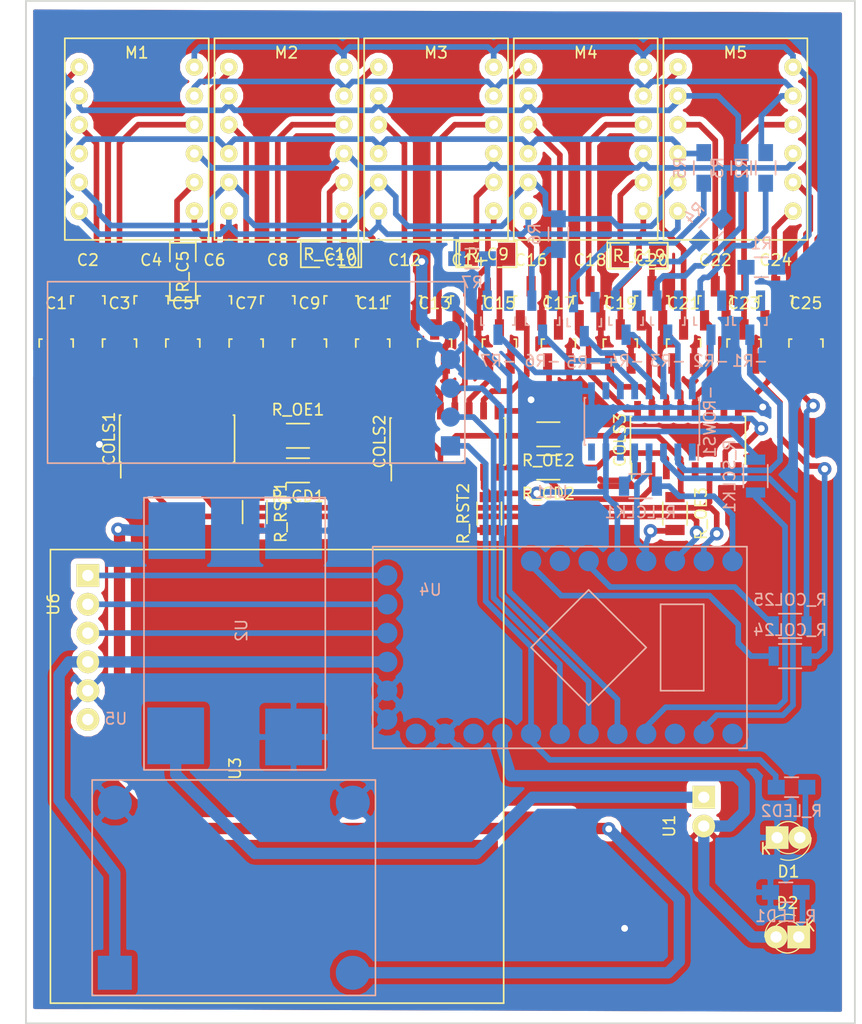
<source format=kicad_pcb>
(kicad_pcb (version 4) (host pcbnew 4.0.2+dfsg1-stable)
  (layers (0 F.Cu signal) (31 B.Cu signal) (34 B.Paste user) (35 F.Paste user) (36 B.SilkS user) (37 F.SilkS user) (38 B.Mask user) (39 F.Mask user) (44 Edge.Cuts user))
  (net 0 "")
  (net 1 5V)
  (net 2 C21)
  (net 3 COL21)
  (net 4 C11)
  (net 5 COL11)
  (net 6 C1)
  (net 7 C16)
  (net 8 COL16)
  (net 9 GND)
  (net 10 ROW1)
  (net 11 C6)
  (net 12 COL6)
  (net 13 C22)
  (net 14 COL22)
  (net 15 C12)
  (net 16 COL12)
  (net 17 ROW2)
  (net 18 C2)
  (net 19 COL2)
  (net 20 C17)
  (net 21 COL17)
  (net 22 C7)
  (net 23 COL7)
  (net 24 C23)
  (net 25 COL23)
  (net 26 C13)
  (net 27 COL13)
  (net 28 C3)
  (net 29 COL3)
  (net 30 C18)
  (net 31 COL18)
  (net 32 ROW3)
  (net 33 C8)
  (net 34 COL8)
  (net 35 C24)
  (net 36 COL24)
  (net 37 C4)
  (net 38 COL4)
  (net 39 C14)
  (net 40 COL14)
  (net 41 ROW4)
  (net 42 C19)
  (net 43 COL19)
  (net 44 C9)
  (net 45 COL9)
  (net 46 ROW5)
  (net 47 C5)
  (net 48 COL5)
  (net 49 C15)
  (net 50 COL15)
  (net 51 C20)
  (net 52 COL20)
  (net 53 C10)
  (net 54 COL10)
  (net 55 ROW6)
  (net 56 ROW7)
  (net 57 R1)
  (net 58 R2)
  (net 59 R3)
  (net 60 R4)
  (net 61 R5)
  (net 62 R6)
  (net 63 R7)
  (net 64 BTOUT)
  (net 65 BTIN)
  (net 66 OE)
  (net 67 COL1)
  (net 68 RST)
  (net 69 ColIn)
  (net 70 ColClk)
  (net 71 RowLClk)
  (net 72 RowIn)
  (net 73 RowSClk)
  (net 74 BT_CON)
  (net 75 BT_EN)
  (net 76 "Net-(-R1-Pad1)")
  (net 77 "Net-(-R2-Pad1)")
  (net 78 "Net-(-R3-Pad1)")
  (net 79 "Net-(-R4-Pad1)")
  (net 80 "Net-(-R5-Pad1)")
  (net 81 "Net-(-R6-Pad1)")
  (net 82 "Net-(-R7-Pad1)")
  (net 83 "Net-(M1-Pad8)")
  (net 84 "Net-(M2-Pad7)")
  (net 85 "Net-(M3-Pad8)")
  (net 86 "Net-(M4-Pad8)")
  (net 87 COL25)
  (net 88 "Net-(COLS1-Pad8)")
  (net 89 "Net-(COLS2-Pad8)")
  (net 90 C25)
  (net 91 "Net-(COLS2-Pad3)")
  (net 92 "Net-(COLS3-Pad3)")
  (net 93 "Net-(COLS2-Pad4)")
  (net 94 "Net-(COLS3-Pad4)")
  (net 95 "Net-(-ROWS1-Pad6)")
  (net 96 "Net-(-ROWS1-Pad5)")
  (net 97 "Net-(R_COL24-Pad2)")
  (net 98 "Net-(R_COL25-Pad2)")
  (net 99 "Net-(R_RST1-Pad2)")
  (net 100 "Net-(COLS1-Pad4)")
  (net 101 "Net-(COLS1-Pad7)")
  (net 102 Pow)
  (net 103 BAT+)
  (net 104 "Net-(U4-Pad31)")
  (net 105 "Net-(U4-Pad32)")
  (net 106 "Net-(U4-Pad3)")
  (net 107 CHRGR)
  (net 108 "Net-(D1-Pad2)")
  (net 109 "Net-(D2-Pad1)")
  (module TO_SOT_Packages_SMD:SOT-23_Handsoldering (layer F.Cu) (at 133.096 78.74)
    (fp_text reference C6 (at 0 -3.81) (layer F.SilkS))
    (fp_text value Q_PMOS_GDS)
    (pad 1 smd rect (at -0.95 1.50114) (size 0.8001 1.80086) (layers F.Cu F.Paste F.Mask) (net 12 COL6))
    (pad 2 smd rect (at 0.95 1.50114) (size 0.8001 1.80086) (layers F.Cu F.Paste F.Mask) (net 1 5V))
    (pad 3 smd rect (at 0 -1.50114) (size 0.8001 1.80086) (layers F.Cu F.Paste F.Mask) (net 11 C6))
  )
  (module 757-5x7Matrix:757-5x7Matrix (layer F.Cu) (at 172.72 55.372)
    (fp_text reference M5 (at 6.35 1.27) (layer F.SilkS))
    (fp_text value 757AS_5x7Matrix)
    (pad 1 thru_hole circle (at 1.27 2.54) (size 1.524 1.524) (drill 0.762) (layers *.Cu *.Mask F.SilkS) (net 2 C21))
    (pad 2 thru_hole circle (at 1.27 5.08) (size 1.524 1.524) (drill 0.762) (layers *.Cu *.Mask F.SilkS) (net 59 R3))
    (pad 3 thru_hole circle (at 1.27 7.62) (size 1.524 1.524) (drill 0.762) (layers *.Cu *.Mask F.SilkS) (net 13 C22))
    (pad 4 thru_hole circle (at 1.27 10.16) (size 1.524 1.524) (drill 0.762) (layers *.Cu *.Mask F.SilkS) (net 61 R5))
    (pad 5 thru_hole circle (at 1.27 12.7) (size 1.524 1.524) (drill 0.762) (layers *.Cu *.Mask F.SilkS) (net 62 R6))
    (pad 6 thru_hole circle (at 1.27 15.24) (size 1.524 1.524) (drill 0.762) (layers *.Cu *.Mask F.SilkS) (net 63 R7))
    (pad 7 thru_hole circle (at 11.43 15.24) (size 1.524 1.524) (drill 0.762) (layers *.Cu *.Mask F.SilkS) (net 35 C24))
    (pad 8 thru_hole circle (at 11.43 12.7) (size 1.524 1.524) (drill 0.762) (layers *.Cu *.Mask F.SilkS) (net 90 C25))
    (pad 9 thru_hole circle (at 11.43 10.16) (size 1.524 1.524) (drill 0.762) (layers *.Cu *.Mask F.SilkS) (net 60 R4))
    (pad 10 thru_hole circle (at 11.43 7.62) (size 1.524 1.524) (drill 0.762) (layers *.Cu *.Mask F.SilkS) (net 24 C23))
    (pad 11 thru_hole circle (at 11.43 5.08) (size 1.524 1.524) (drill 0.762) (layers *.Cu *.Mask F.SilkS) (net 58 R2))
    (pad 12 thru_hole circle (at 11.43 2.54) (size 1.524 1.524) (drill 0.762) (layers *.Cu *.Mask F.SilkS) (net 57 R1))
  )
  (module Resistors_SMD:R_0805_HandSoldering (layer B.Cu) (at 181.356 75.565 180)
    (fp_text reference R1 (at 0 2.1 180) (layer B.SilkS) (effects (justify mirror)))
    (fp_text value 220)
    (pad 1 smd rect (at -1.35 0 180) (size 1.5 1.3) (layers B.Cu B.Paste B.Mask) (net 57 R1))
    (pad 2 smd rect (at 1.35 0 180) (size 1.5 1.3) (layers B.Cu B.Paste B.Mask) (net 76 "Net-(-R1-Pad1)"))
  )
  (module Resistors_SMD:R_0805_HandSoldering (layer B.Cu) (at 181.737 66.802 270)
    (fp_text reference R2 (at 0 2.1 270) (layer B.SilkS) (effects (justify mirror)))
    (fp_text value 220)
    (pad 1 smd rect (at -1.35 0 270) (size 1.5 1.3) (layers B.Cu B.Paste B.Mask) (net 58 R2))
    (pad 2 smd rect (at 1.35 0 270) (size 1.5 1.3) (layers B.Cu B.Paste B.Mask) (net 77 "Net-(-R2-Pad1)"))
  )
  (module Resistors_SMD:R_0805_HandSoldering (layer B.Cu) (at 179.578 66.802 270)
    (fp_text reference R3 (at 0 2.1 270) (layer B.SilkS) (effects (justify mirror)))
    (fp_text value 220)
    (pad 1 smd rect (at -1.35 0 270) (size 1.5 1.3) (layers B.Cu B.Paste B.Mask) (net 59 R3))
    (pad 2 smd rect (at 1.35 0 270) (size 1.5 1.3) (layers B.Cu B.Paste B.Mask) (net 78 "Net-(-R3-Pad1)"))
  )
  (module Resistors_SMD:R_0805_HandSoldering (layer B.Cu) (at 176.911 72.263 225)
    (fp_text reference R4 (at 0 2.1 225) (layer B.SilkS) (effects (justify mirror)))
    (fp_text value 220)
    (pad 1 smd rect (at -1.35 0 225) (size 1.5 1.3) (layers B.Cu B.Paste B.Mask) (net 60 R4))
    (pad 2 smd rect (at 1.35 0 225) (size 1.5 1.3) (layers B.Cu B.Paste B.Mask) (net 79 "Net-(-R4-Pad1)"))
  )
  (module Resistors_SMD:R_0805_HandSoldering (layer B.Cu) (at 176.276 66.802 270)
    (fp_text reference R5 (at 0 2.1 270) (layer B.SilkS) (effects (justify mirror)))
    (fp_text value 220)
    (pad 1 smd rect (at -1.35 0 270) (size 1.5 1.3) (layers B.Cu B.Paste B.Mask) (net 61 R5))
    (pad 2 smd rect (at 1.35 0 270) (size 1.5 1.3) (layers B.Cu B.Paste B.Mask) (net 80 "Net-(-R5-Pad1)"))
  )
  (module Resistors_SMD:R_0805_HandSoldering (layer B.Cu) (at 163.449 72.644 270)
    (fp_text reference R6 (at 0 2.1 270) (layer B.SilkS) (effects (justify mirror)))
    (fp_text value 220)
    (pad 1 smd rect (at -1.35 0 270) (size 1.5 1.3) (layers B.Cu B.Paste B.Mask) (net 62 R6))
    (pad 2 smd rect (at 1.35 0 270) (size 1.5 1.3) (layers B.Cu B.Paste B.Mask) (net 81 "Net-(-R6-Pad1)"))
  )
  (module Resistors_SMD:R_0805_HandSoldering (layer B.Cu) (at 155.829 74.803)
    (fp_text reference R7 (at 0 2.1) (layer B.SilkS) (effects (justify mirror)))
    (fp_text value 220)
    (pad 1 smd rect (at -1.35 0) (size 1.5 1.3) (layers B.Cu B.Paste B.Mask) (net 63 R7))
    (pad 2 smd rect (at 1.35 0) (size 1.5 1.3) (layers B.Cu B.Paste B.Mask) (net 82 "Net-(-R7-Pad1)"))
  )
  (module TO_SOT_Packages_SMD:SOT-23_Handsoldering (layer B.Cu) (at 180.34 80.01)
    (fp_text reference -R1 (at 0 3.81) (layer B.SilkS) (effects (justify mirror)))
    (fp_text value Q_NMOS_DSG)
    (pad 1 smd rect (at -0.95 -1.50114) (size 0.8001 1.80086) (layers B.Cu B.Paste B.Mask) (net 76 "Net-(-R1-Pad1)"))
    (pad 2 smd rect (at 0.95 -1.50114) (size 0.8001 1.80086) (layers B.Cu B.Paste B.Mask))
    (pad 3 smd rect (at 0 1.50114) (size 0.8001 1.80086) (layers B.Cu B.Paste B.Mask) (net 10 ROW1))
  )
  (module TO_SOT_Packages_SMD:SOT-23_Handsoldering (layer B.Cu) (at 176.911 80.01)
    (fp_text reference -R2 (at 0 3.81) (layer B.SilkS) (effects (justify mirror)))
    (fp_text value Q_NMOS_DSG)
    (pad 1 smd rect (at -0.95 -1.50114) (size 0.8001 1.80086) (layers B.Cu B.Paste B.Mask) (net 77 "Net-(-R2-Pad1)"))
    (pad 2 smd rect (at 0.95 -1.50114) (size 0.8001 1.80086) (layers B.Cu B.Paste B.Mask))
    (pad 3 smd rect (at 0 1.50114) (size 0.8001 1.80086) (layers B.Cu B.Paste B.Mask) (net 17 ROW2))
  )
  (module TO_SOT_Packages_SMD:SOT-23_Handsoldering (layer B.Cu) (at 173.101 80.01)
    (fp_text reference -R3 (at 0 3.81) (layer B.SilkS) (effects (justify mirror)))
    (fp_text value Q_NMOS_DSG)
    (pad 1 smd rect (at -0.95 -1.50114) (size 0.8001 1.80086) (layers B.Cu B.Paste B.Mask) (net 78 "Net-(-R3-Pad1)"))
    (pad 2 smd rect (at 0.95 -1.50114) (size 0.8001 1.80086) (layers B.Cu B.Paste B.Mask))
    (pad 3 smd rect (at 0 1.50114) (size 0.8001 1.80086) (layers B.Cu B.Paste B.Mask) (net 32 ROW3))
  )
  (module TO_SOT_Packages_SMD:SOT-23_Handsoldering (layer B.Cu) (at 169.418 80.01)
    (fp_text reference -R4 (at 0 3.81) (layer B.SilkS) (effects (justify mirror)))
    (fp_text value Q_NMOS_DSG)
    (pad 1 smd rect (at -0.95 -1.50114) (size 0.8001 1.80086) (layers B.Cu B.Paste B.Mask) (net 79 "Net-(-R4-Pad1)"))
    (pad 2 smd rect (at 0.95 -1.50114) (size 0.8001 1.80086) (layers B.Cu B.Paste B.Mask))
    (pad 3 smd rect (at 0 1.50114) (size 0.8001 1.80086) (layers B.Cu B.Paste B.Mask) (net 41 ROW4))
  )
  (module TO_SOT_Packages_SMD:SOT-23_Handsoldering (layer B.Cu) (at 165.735 80.137)
    (fp_text reference -R5 (at 0 3.81) (layer B.SilkS) (effects (justify mirror)))
    (fp_text value Q_NMOS_DSG)
    (pad 1 smd rect (at -0.95 -1.50114) (size 0.8001 1.80086) (layers B.Cu B.Paste B.Mask) (net 80 "Net-(-R5-Pad1)"))
    (pad 2 smd rect (at 0.95 -1.50114) (size 0.8001 1.80086) (layers B.Cu B.Paste B.Mask))
    (pad 3 smd rect (at 0 1.50114) (size 0.8001 1.80086) (layers B.Cu B.Paste B.Mask) (net 46 ROW5))
  )
  (module TO_SOT_Packages_SMD:SOT-23_Handsoldering (layer B.Cu) (at 162.052 80.01)
    (fp_text reference -R6 (at 0 3.81) (layer B.SilkS) (effects (justify mirror)))
    (fp_text value Q_NMOS_DSG)
    (pad 1 smd rect (at -0.95 -1.50114) (size 0.8001 1.80086) (layers B.Cu B.Paste B.Mask) (net 81 "Net-(-R6-Pad1)"))
    (pad 2 smd rect (at 0.95 -1.50114) (size 0.8001 1.80086) (layers B.Cu B.Paste B.Mask))
    (pad 3 smd rect (at 0 1.50114) (size 0.8001 1.80086) (layers B.Cu B.Paste B.Mask) (net 55 ROW6))
  )
  (module TO_SOT_Packages_SMD:SOT-23_Handsoldering (layer B.Cu) (at 158.115 80.01)
    (fp_text reference -R7 (at 0 3.81) (layer B.SilkS) (effects (justify mirror)))
    (fp_text value Q_NMOS_DSG)
    (pad 1 smd rect (at -0.95 -1.50114) (size 0.8001 1.80086) (layers B.Cu B.Paste B.Mask) (net 82 "Net-(-R7-Pad1)"))
    (pad 2 smd rect (at 0.95 -1.50114) (size 0.8001 1.80086) (layers B.Cu B.Paste B.Mask))
    (pad 3 smd rect (at 0 1.50114) (size 0.8001 1.80086) (layers B.Cu B.Paste B.Mask) (net 56 ROW7))
  )
  (module TO_SOT_Packages_SMD:SOT-23_Handsoldering (layer F.Cu) (at 121.92 78.74)
    (fp_text reference C2 (at 0 -3.81) (layer F.SilkS))
    (fp_text value Q_PMOS_GDS)
    (pad 1 smd rect (at -0.95 1.50114) (size 0.8001 1.80086) (layers F.Cu F.Paste F.Mask) (net 19 COL2))
    (pad 2 smd rect (at 0.95 1.50114) (size 0.8001 1.80086) (layers F.Cu F.Paste F.Mask) (net 1 5V))
    (pad 3 smd rect (at 0 -1.50114) (size 0.8001 1.80086) (layers F.Cu F.Paste F.Mask) (net 18 C2))
  )
  (module TO_SOT_Packages_SMD:SOT-23_Handsoldering (layer F.Cu) (at 124.714 82.55)
    (fp_text reference C3 (at 0 -3.81) (layer F.SilkS))
    (fp_text value Q_PMOS_GDS)
    (pad 1 smd rect (at -0.95 1.50114) (size 0.8001 1.80086) (layers F.Cu F.Paste F.Mask) (net 29 COL3))
    (pad 2 smd rect (at 0.95 1.50114) (size 0.8001 1.80086) (layers F.Cu F.Paste F.Mask) (net 1 5V))
    (pad 3 smd rect (at 0 -1.50114) (size 0.8001 1.80086) (layers F.Cu F.Paste F.Mask) (net 28 C3))
  )
  (module TO_SOT_Packages_SMD:SOT-23_Handsoldering (layer F.Cu) (at 127.508 78.74)
    (fp_text reference C4 (at 0 -3.81) (layer F.SilkS))
    (fp_text value Q_PMOS_GDS)
    (pad 1 smd rect (at -0.95 1.50114) (size 0.8001 1.80086) (layers F.Cu F.Paste F.Mask) (net 38 COL4))
    (pad 2 smd rect (at 0.95 1.50114) (size 0.8001 1.80086) (layers F.Cu F.Paste F.Mask) (net 1 5V))
    (pad 3 smd rect (at 0 -1.50114) (size 0.8001 1.80086) (layers F.Cu F.Paste F.Mask) (net 37 C4))
  )
  (module TO_SOT_Packages_SMD:SOT-23_Handsoldering (layer F.Cu) (at 130.302 82.55)
    (fp_text reference C5 (at 0 -3.81) (layer F.SilkS))
    (fp_text value Q_PMOS_GDS)
    (pad 1 smd rect (at -0.95 1.50114) (size 0.8001 1.80086) (layers F.Cu F.Paste F.Mask) (net 48 COL5))
    (pad 2 smd rect (at 0.95 1.50114) (size 0.8001 1.80086) (layers F.Cu F.Paste F.Mask) (net 1 5V))
    (pad 3 smd rect (at 0 -1.50114) (size 0.8001 1.80086) (layers F.Cu F.Paste F.Mask) (net 47 C5))
  )
  (module TO_SOT_Packages_SMD:SOT-23_Handsoldering (layer F.Cu) (at 135.89 82.55)
    (fp_text reference C7 (at 0 -3.81) (layer F.SilkS))
    (fp_text value Q_PMOS_GDS)
    (pad 1 smd rect (at -0.95 1.50114) (size 0.8001 1.80086) (layers F.Cu F.Paste F.Mask) (net 23 COL7))
    (pad 2 smd rect (at 0.95 1.50114) (size 0.8001 1.80086) (layers F.Cu F.Paste F.Mask) (net 1 5V))
    (pad 3 smd rect (at 0 -1.50114) (size 0.8001 1.80086) (layers F.Cu F.Paste F.Mask) (net 22 C7))
  )
  (module TO_SOT_Packages_SMD:SOT-23_Handsoldering (layer F.Cu) (at 138.684 78.74)
    (fp_text reference C8 (at 0 -3.81) (layer F.SilkS))
    (fp_text value Q_PMOS_GDS)
    (pad 1 smd rect (at -0.95 1.50114) (size 0.8001 1.80086) (layers F.Cu F.Paste F.Mask) (net 34 COL8))
    (pad 2 smd rect (at 0.95 1.50114) (size 0.8001 1.80086) (layers F.Cu F.Paste F.Mask) (net 1 5V))
    (pad 3 smd rect (at 0 -1.50114) (size 0.8001 1.80086) (layers F.Cu F.Paste F.Mask) (net 33 C8))
  )
  (module TO_SOT_Packages_SMD:SOT-23_Handsoldering (layer F.Cu) (at 141.478 82.55)
    (fp_text reference C9 (at 0 -3.81) (layer F.SilkS))
    (fp_text value Q_PMOS_GDS)
    (pad 1 smd rect (at -0.95 1.50114) (size 0.8001 1.80086) (layers F.Cu F.Paste F.Mask) (net 45 COL9))
    (pad 2 smd rect (at 0.95 1.50114) (size 0.8001 1.80086) (layers F.Cu F.Paste F.Mask) (net 1 5V))
    (pad 3 smd rect (at 0 -1.50114) (size 0.8001 1.80086) (layers F.Cu F.Paste F.Mask) (net 44 C9))
  )
  (module TO_SOT_Packages_SMD:SOT-23_Handsoldering (layer F.Cu) (at 144.272 78.74)
    (fp_text reference C10 (at 0 -3.81) (layer F.SilkS))
    (fp_text value Q_PMOS_GDS)
    (pad 1 smd rect (at -0.95 1.50114) (size 0.8001 1.80086) (layers F.Cu F.Paste F.Mask) (net 54 COL10))
    (pad 2 smd rect (at 0.95 1.50114) (size 0.8001 1.80086) (layers F.Cu F.Paste F.Mask) (net 1 5V))
    (pad 3 smd rect (at 0 -1.50114) (size 0.8001 1.80086) (layers F.Cu F.Paste F.Mask) (net 53 C10))
  )
  (module TO_SOT_Packages_SMD:SOT-23_Handsoldering (layer F.Cu) (at 147.066 82.55)
    (fp_text reference C11 (at 0 -3.81) (layer F.SilkS))
    (fp_text value Q_PMOS_GDS)
    (pad 1 smd rect (at -0.95 1.50114) (size 0.8001 1.80086) (layers F.Cu F.Paste F.Mask) (net 5 COL11))
    (pad 2 smd rect (at 0.95 1.50114) (size 0.8001 1.80086) (layers F.Cu F.Paste F.Mask) (net 1 5V))
    (pad 3 smd rect (at 0 -1.50114) (size 0.8001 1.80086) (layers F.Cu F.Paste F.Mask) (net 4 C11))
  )
  (module TO_SOT_Packages_SMD:SOT-23_Handsoldering (layer F.Cu) (at 149.86 78.74)
    (fp_text reference C12 (at 0 -3.81) (layer F.SilkS))
    (fp_text value Q_PMOS_GDS)
    (pad 1 smd rect (at -0.95 1.50114) (size 0.8001 1.80086) (layers F.Cu F.Paste F.Mask) (net 16 COL12))
    (pad 2 smd rect (at 0.95 1.50114) (size 0.8001 1.80086) (layers F.Cu F.Paste F.Mask) (net 1 5V))
    (pad 3 smd rect (at 0 -1.50114) (size 0.8001 1.80086) (layers F.Cu F.Paste F.Mask) (net 15 C12))
  )
  (module TO_SOT_Packages_SMD:SOT-23_Handsoldering (layer F.Cu) (at 152.527 82.55)
    (fp_text reference C13 (at 0 -3.81) (layer F.SilkS))
    (fp_text value Q_PMOS_GDS)
    (pad 1 smd rect (at -0.95 1.50114) (size 0.8001 1.80086) (layers F.Cu F.Paste F.Mask) (net 27 COL13))
    (pad 2 smd rect (at 0.95 1.50114) (size 0.8001 1.80086) (layers F.Cu F.Paste F.Mask) (net 1 5V))
    (pad 3 smd rect (at 0 -1.50114) (size 0.8001 1.80086) (layers F.Cu F.Paste F.Mask) (net 26 C13))
  )
  (module TO_SOT_Packages_SMD:SOT-23_Handsoldering (layer F.Cu) (at 155.448 78.74)
    (fp_text reference C14 (at 0 -3.81) (layer F.SilkS))
    (fp_text value Q_PMOS_GDS)
    (pad 1 smd rect (at -0.95 1.50114) (size 0.8001 1.80086) (layers F.Cu F.Paste F.Mask) (net 40 COL14))
    (pad 2 smd rect (at 0.95 1.50114) (size 0.8001 1.80086) (layers F.Cu F.Paste F.Mask) (net 1 5V))
    (pad 3 smd rect (at 0 -1.50114) (size 0.8001 1.80086) (layers F.Cu F.Paste F.Mask) (net 39 C14))
  )
  (module TO_SOT_Packages_SMD:SOT-23_Handsoldering (layer F.Cu) (at 158.242 82.55)
    (fp_text reference C15 (at 0 -3.81) (layer F.SilkS))
    (fp_text value Q_PMOS_GDS)
    (pad 1 smd rect (at -0.95 1.50114) (size 0.8001 1.80086) (layers F.Cu F.Paste F.Mask) (net 50 COL15))
    (pad 2 smd rect (at 0.95 1.50114) (size 0.8001 1.80086) (layers F.Cu F.Paste F.Mask) (net 1 5V))
    (pad 3 smd rect (at 0 -1.50114) (size 0.8001 1.80086) (layers F.Cu F.Paste F.Mask) (net 49 C15))
  )
  (module TO_SOT_Packages_SMD:SOT-23_Handsoldering (layer F.Cu) (at 161.036 78.74)
    (fp_text reference C16 (at 0 -3.81) (layer F.SilkS))
    (fp_text value Q_PMOS_GDS)
    (pad 1 smd rect (at -0.95 1.50114) (size 0.8001 1.80086) (layers F.Cu F.Paste F.Mask) (net 8 COL16))
    (pad 2 smd rect (at 0.95 1.50114) (size 0.8001 1.80086) (layers F.Cu F.Paste F.Mask) (net 1 5V))
    (pad 3 smd rect (at 0 -1.50114) (size 0.8001 1.80086) (layers F.Cu F.Paste F.Mask) (net 7 C16))
  )
  (module TO_SOT_Packages_SMD:SOT-23_Handsoldering (layer F.Cu) (at 163.449 82.55)
    (fp_text reference C17 (at 0 -3.81) (layer F.SilkS))
    (fp_text value Q_PMOS_GDS)
    (pad 1 smd rect (at -0.95 1.50114) (size 0.8001 1.80086) (layers F.Cu F.Paste F.Mask) (net 21 COL17))
    (pad 2 smd rect (at 0.95 1.50114) (size 0.8001 1.80086) (layers F.Cu F.Paste F.Mask) (net 1 5V))
    (pad 3 smd rect (at 0 -1.50114) (size 0.8001 1.80086) (layers F.Cu F.Paste F.Mask) (net 20 C17))
  )
  (module TO_SOT_Packages_SMD:SOT-23_Handsoldering (layer F.Cu) (at 166.243 78.74)
    (fp_text reference C18 (at 0 -3.81) (layer F.SilkS))
    (fp_text value Q_PMOS_GDS)
    (pad 1 smd rect (at -0.95 1.50114) (size 0.8001 1.80086) (layers F.Cu F.Paste F.Mask) (net 31 COL18))
    (pad 2 smd rect (at 0.95 1.50114) (size 0.8001 1.80086) (layers F.Cu F.Paste F.Mask) (net 1 5V))
    (pad 3 smd rect (at 0 -1.50114) (size 0.8001 1.80086) (layers F.Cu F.Paste F.Mask) (net 30 C18))
  )
  (module TO_SOT_Packages_SMD:SOT-23_Handsoldering (layer F.Cu) (at 168.91 82.55)
    (fp_text reference C19 (at 0 -3.81) (layer F.SilkS))
    (fp_text value Q_PMOS_GDS)
    (pad 1 smd rect (at -0.95 1.50114) (size 0.8001 1.80086) (layers F.Cu F.Paste F.Mask) (net 43 COL19))
    (pad 2 smd rect (at 0.95 1.50114) (size 0.8001 1.80086) (layers F.Cu F.Paste F.Mask) (net 1 5V))
    (pad 3 smd rect (at 0 -1.50114) (size 0.8001 1.80086) (layers F.Cu F.Paste F.Mask) (net 42 C19))
  )
  (module TO_SOT_Packages_SMD:SOT-23_Handsoldering (layer F.Cu) (at 171.704 78.74)
    (fp_text reference C20 (at 0 -3.81) (layer F.SilkS))
    (fp_text value Q_PMOS_GDS)
    (pad 1 smd rect (at -0.95 1.50114) (size 0.8001 1.80086) (layers F.Cu F.Paste F.Mask) (net 52 COL20))
    (pad 2 smd rect (at 0.95 1.50114) (size 0.8001 1.80086) (layers F.Cu F.Paste F.Mask) (net 1 5V))
    (pad 3 smd rect (at 0 -1.50114) (size 0.8001 1.80086) (layers F.Cu F.Paste F.Mask) (net 51 C20))
  )
  (module TO_SOT_Packages_SMD:SOT-23_Handsoldering (layer F.Cu) (at 174.498 82.55)
    (fp_text reference C21 (at 0 -3.81) (layer F.SilkS))
    (fp_text value Q_PMOS_GDS)
    (pad 1 smd rect (at -0.95 1.50114) (size 0.8001 1.80086) (layers F.Cu F.Paste F.Mask) (net 3 COL21))
    (pad 2 smd rect (at 0.95 1.50114) (size 0.8001 1.80086) (layers F.Cu F.Paste F.Mask) (net 1 5V))
    (pad 3 smd rect (at 0 -1.50114) (size 0.8001 1.80086) (layers F.Cu F.Paste F.Mask) (net 2 C21))
  )
  (module TO_SOT_Packages_SMD:SOT-23_Handsoldering (layer F.Cu) (at 177.292 78.74)
    (fp_text reference C22 (at 0 -3.81) (layer F.SilkS))
    (fp_text value Q_PMOS_GDS)
    (pad 1 smd rect (at -0.95 1.50114) (size 0.8001 1.80086) (layers F.Cu F.Paste F.Mask) (net 14 COL22))
    (pad 2 smd rect (at 0.95 1.50114) (size 0.8001 1.80086) (layers F.Cu F.Paste F.Mask) (net 1 5V))
    (pad 3 smd rect (at 0 -1.50114) (size 0.8001 1.80086) (layers F.Cu F.Paste F.Mask) (net 13 C22))
  )
  (module TO_SOT_Packages_SMD:SOT-23_Handsoldering (layer F.Cu) (at 179.832 82.55)
    (fp_text reference C23 (at 0 -3.81) (layer F.SilkS))
    (fp_text value Q_PMOS_GDS)
    (pad 1 smd rect (at -0.95 1.50114) (size 0.8001 1.80086) (layers F.Cu F.Paste F.Mask) (net 25 COL23))
    (pad 2 smd rect (at 0.95 1.50114) (size 0.8001 1.80086) (layers F.Cu F.Paste F.Mask) (net 1 5V))
    (pad 3 smd rect (at 0 -1.50114) (size 0.8001 1.80086) (layers F.Cu F.Paste F.Mask) (net 24 C23))
  )
  (module TO_SOT_Packages_SMD:SOT-23_Handsoldering (layer F.Cu) (at 182.626 78.74)
    (fp_text reference C24 (at 0 -3.81) (layer F.SilkS))
    (fp_text value Q_PMOS_GDS)
    (pad 1 smd rect (at -0.95 1.50114) (size 0.8001 1.80086) (layers F.Cu F.Paste F.Mask) (net 36 COL24))
    (pad 2 smd rect (at 0.95 1.50114) (size 0.8001 1.80086) (layers F.Cu F.Paste F.Mask) (net 1 5V))
    (pad 3 smd rect (at 0 -1.50114) (size 0.8001 1.80086) (layers F.Cu F.Paste F.Mask) (net 35 C24))
  )
  (module 757-5x7Matrix:757-5x7Matrix (layer F.Cu) (at 119.888 55.372)
    (fp_text reference M1 (at 6.35 1.27) (layer F.SilkS))
    (fp_text value 757AS_5x7Matrix)
    (pad 1 thru_hole circle (at 1.27 2.54) (size 1.524 1.524) (drill 0.762) (layers *.Cu *.Mask F.SilkS) (net 6 C1))
    (pad 2 thru_hole circle (at 1.27 5.08) (size 1.524 1.524) (drill 0.762) (layers *.Cu *.Mask F.SilkS) (net 59 R3))
    (pad 3 thru_hole circle (at 1.27 7.62) (size 1.524 1.524) (drill 0.762) (layers *.Cu *.Mask F.SilkS) (net 18 C2))
    (pad 4 thru_hole circle (at 1.27 10.16) (size 1.524 1.524) (drill 0.762) (layers *.Cu *.Mask F.SilkS) (net 61 R5))
    (pad 5 thru_hole circle (at 1.27 12.7) (size 1.524 1.524) (drill 0.762) (layers *.Cu *.Mask F.SilkS) (net 62 R6))
    (pad 6 thru_hole circle (at 1.27 15.24) (size 1.524 1.524) (drill 0.762) (layers *.Cu *.Mask F.SilkS) (net 63 R7))
    (pad 7 thru_hole circle (at 11.43 15.24) (size 1.524 1.524) (drill 0.762) (layers *.Cu *.Mask F.SilkS) (net 37 C4))
    (pad 8 thru_hole circle (at 11.43 12.7) (size 1.524 1.524) (drill 0.762) (layers *.Cu *.Mask F.SilkS) (net 83 "Net-(M1-Pad8)"))
    (pad 9 thru_hole circle (at 11.43 10.16) (size 1.524 1.524) (drill 0.762) (layers *.Cu *.Mask F.SilkS) (net 60 R4))
    (pad 10 thru_hole circle (at 11.43 7.62) (size 1.524 1.524) (drill 0.762) (layers *.Cu *.Mask F.SilkS) (net 28 C3))
    (pad 11 thru_hole circle (at 11.43 5.08) (size 1.524 1.524) (drill 0.762) (layers *.Cu *.Mask F.SilkS) (net 58 R2))
    (pad 12 thru_hole circle (at 11.43 2.54) (size 1.524 1.524) (drill 0.762) (layers *.Cu *.Mask F.SilkS) (net 57 R1))
  )
  (module 757-5x7Matrix:757-5x7Matrix (layer F.Cu) (at 146.304 55.372)
    (fp_text reference M3 (at 6.35 1.27) (layer F.SilkS))
    (fp_text value 757AS_5x7Matrix)
    (pad 1 thru_hole circle (at 1.27 2.54) (size 1.524 1.524) (drill 0.762) (layers *.Cu *.Mask F.SilkS) (net 4 C11))
    (pad 2 thru_hole circle (at 1.27 5.08) (size 1.524 1.524) (drill 0.762) (layers *.Cu *.Mask F.SilkS) (net 59 R3))
    (pad 3 thru_hole circle (at 1.27 7.62) (size 1.524 1.524) (drill 0.762) (layers *.Cu *.Mask F.SilkS) (net 15 C12))
    (pad 4 thru_hole circle (at 1.27 10.16) (size 1.524 1.524) (drill 0.762) (layers *.Cu *.Mask F.SilkS) (net 61 R5))
    (pad 5 thru_hole circle (at 1.27 12.7) (size 1.524 1.524) (drill 0.762) (layers *.Cu *.Mask F.SilkS) (net 62 R6))
    (pad 6 thru_hole circle (at 1.27 15.24) (size 1.524 1.524) (drill 0.762) (layers *.Cu *.Mask F.SilkS) (net 63 R7))
    (pad 7 thru_hole circle (at 11.43 15.24) (size 1.524 1.524) (drill 0.762) (layers *.Cu *.Mask F.SilkS) (net 39 C14))
    (pad 8 thru_hole circle (at 11.43 12.7) (size 1.524 1.524) (drill 0.762) (layers *.Cu *.Mask F.SilkS) (net 85 "Net-(M3-Pad8)"))
    (pad 9 thru_hole circle (at 11.43 10.16) (size 1.524 1.524) (drill 0.762) (layers *.Cu *.Mask F.SilkS) (net 60 R4))
    (pad 10 thru_hole circle (at 11.43 7.62) (size 1.524 1.524) (drill 0.762) (layers *.Cu *.Mask F.SilkS) (net 26 C13))
    (pad 11 thru_hole circle (at 11.43 5.08) (size 1.524 1.524) (drill 0.762) (layers *.Cu *.Mask F.SilkS) (net 58 R2))
    (pad 12 thru_hole circle (at 11.43 2.54) (size 1.524 1.524) (drill 0.762) (layers *.Cu *.Mask F.SilkS) (net 57 R1))
  )
  (module 757-5x7Matrix:757-5x7Matrix (layer F.Cu) (at 159.512 55.372)
    (fp_text reference M4 (at 6.35 1.27) (layer F.SilkS))
    (fp_text value 757AS_5x7Matrix)
    (pad 1 thru_hole circle (at 1.27 2.54) (size 1.524 1.524) (drill 0.762) (layers *.Cu *.Mask F.SilkS) (net 7 C16))
    (pad 2 thru_hole circle (at 1.27 5.08) (size 1.524 1.524) (drill 0.762) (layers *.Cu *.Mask F.SilkS) (net 59 R3))
    (pad 3 thru_hole circle (at 1.27 7.62) (size 1.524 1.524) (drill 0.762) (layers *.Cu *.Mask F.SilkS) (net 20 C17))
    (pad 4 thru_hole circle (at 1.27 10.16) (size 1.524 1.524) (drill 0.762) (layers *.Cu *.Mask F.SilkS) (net 61 R5))
    (pad 5 thru_hole circle (at 1.27 12.7) (size 1.524 1.524) (drill 0.762) (layers *.Cu *.Mask F.SilkS) (net 62 R6))
    (pad 6 thru_hole circle (at 1.27 15.24) (size 1.524 1.524) (drill 0.762) (layers *.Cu *.Mask F.SilkS) (net 63 R7))
    (pad 7 thru_hole circle (at 11.43 15.24) (size 1.524 1.524) (drill 0.762) (layers *.Cu *.Mask F.SilkS) (net 42 C19))
    (pad 8 thru_hole circle (at 11.43 12.7) (size 1.524 1.524) (drill 0.762) (layers *.Cu *.Mask F.SilkS) (net 86 "Net-(M4-Pad8)"))
    (pad 9 thru_hole circle (at 11.43 10.16) (size 1.524 1.524) (drill 0.762) (layers *.Cu *.Mask F.SilkS) (net 60 R4))
    (pad 10 thru_hole circle (at 11.43 7.62) (size 1.524 1.524) (drill 0.762) (layers *.Cu *.Mask F.SilkS) (net 30 C18))
    (pad 11 thru_hole circle (at 11.43 5.08) (size 1.524 1.524) (drill 0.762) (layers *.Cu *.Mask F.SilkS) (net 58 R2))
    (pad 12 thru_hole circle (at 11.43 2.54) (size 1.524 1.524) (drill 0.762) (layers *.Cu *.Mask F.SilkS) (net 57 R1))
  )
  (module 757-5x7Matrix:757-5x7Matrix (layer F.Cu) (at 133.096 55.372)
    (fp_text reference M2 (at 6.35 1.27) (layer F.SilkS))
    (fp_text value 757AS_5x7Matrix)
    (pad 1 thru_hole circle (at 1.27 2.54) (size 1.524 1.524) (drill 0.762) (layers *.Cu *.Mask F.SilkS) (net 11 C6))
    (pad 2 thru_hole circle (at 1.27 5.08) (size 1.524 1.524) (drill 0.762) (layers *.Cu *.Mask F.SilkS) (net 59 R3))
    (pad 3 thru_hole circle (at 1.27 7.62) (size 1.524 1.524) (drill 0.762) (layers *.Cu *.Mask F.SilkS) (net 22 C7))
    (pad 4 thru_hole circle (at 1.27 10.16) (size 1.524 1.524) (drill 0.762) (layers *.Cu *.Mask F.SilkS) (net 61 R5))
    (pad 5 thru_hole circle (at 1.27 12.7) (size 1.524 1.524) (drill 0.762) (layers *.Cu *.Mask F.SilkS) (net 62 R6))
    (pad 6 thru_hole circle (at 1.27 15.24) (size 1.524 1.524) (drill 0.762) (layers *.Cu *.Mask F.SilkS) (net 63 R7))
    (pad 7 thru_hole circle (at 11.43 15.24) (size 1.524 1.524) (drill 0.762) (layers *.Cu *.Mask F.SilkS) (net 84 "Net-(M2-Pad7)"))
    (pad 8 thru_hole circle (at 11.43 12.7) (size 1.524 1.524) (drill 0.762) (layers *.Cu *.Mask F.SilkS) (net 53 C10))
    (pad 9 thru_hole circle (at 11.43 10.16) (size 1.524 1.524) (drill 0.762) (layers *.Cu *.Mask F.SilkS) (net 60 R4))
    (pad 10 thru_hole circle (at 11.43 7.62) (size 1.524 1.524) (drill 0.762) (layers *.Cu *.Mask F.SilkS) (net 33 C8))
    (pad 11 thru_hole circle (at 11.43 5.08) (size 1.524 1.524) (drill 0.762) (layers *.Cu *.Mask F.SilkS) (net 58 R2))
    (pad 12 thru_hole circle (at 11.43 2.54) (size 1.524 1.524) (drill 0.762) (layers *.Cu *.Mask F.SilkS) (net 57 R1))
  )
  (module TO_SOT_Packages_SMD:SOT-23_Handsoldering (layer F.Cu) (at 119.126 82.55)
    (fp_text reference C1 (at 0 -3.81) (layer F.SilkS))
    (fp_text value Q_PMOS_GDS)
    (pad 1 smd rect (at -0.95 1.50114) (size 0.8001 1.80086) (layers F.Cu F.Paste F.Mask) (net 67 COL1))
    (pad 2 smd rect (at 0.95 1.50114) (size 0.8001 1.80086) (layers F.Cu F.Paste F.Mask) (net 1 5V))
    (pad 3 smd rect (at 0 -1.50114) (size 0.8001 1.80086) (layers F.Cu F.Paste F.Mask) (net 6 C1))
  )
  (module TO_SOT_Packages_SMD:SOT-23_Handsoldering (layer F.Cu) (at 185.293 82.55)
    (fp_text reference C25 (at 0 -3.81) (layer F.SilkS))
    (fp_text value Q_PMOS_GDS)
    (pad 1 smd rect (at -0.95 1.50114) (size 0.8001 1.80086) (layers F.Cu F.Paste F.Mask) (net 87 COL25))
    (pad 2 smd rect (at 0.95 1.50114) (size 0.8001 1.80086) (layers F.Cu F.Paste F.Mask) (net 1 5V))
    (pad 3 smd rect (at 0 -1.50114) (size 0.8001 1.80086) (layers F.Cu F.Paste F.Mask) (net 90 C25))
  )
  (module Housings_SOIC:SOIC-16_3.9x9.9mm_Pitch1.27mm (layer B.Cu) (at 170.815 89.154 90)
    (fp_text reference -ROWS1 (at 0 6 90) (layer B.SilkS) (effects (justify mirror)))
    (fp_text value 74HC595-F)
    (pad 1 smd rect (at -2.7 4.445 90) (size 1.5 0.6) (layers B.Cu B.Paste B.Mask))
    (pad 2 smd rect (at -2.7 3.175 90) (size 1.5 0.6) (layers B.Cu B.Paste B.Mask) (net 10 ROW1))
    (pad 3 smd rect (at -2.7 1.905 90) (size 1.5 0.6) (layers B.Cu B.Paste B.Mask) (net 72 RowIn))
    (pad 4 smd rect (at -2.7 0.635 90) (size 1.5 0.6) (layers B.Cu B.Paste B.Mask) (net 66 OE))
    (pad 5 smd rect (at -2.7 -0.635 90) (size 1.5 0.6) (layers B.Cu B.Paste B.Mask) (net 96 "Net-(-ROWS1-Pad5)"))
    (pad 6 smd rect (at -2.7 -1.905 90) (size 1.5 0.6) (layers B.Cu B.Paste B.Mask) (net 95 "Net-(-ROWS1-Pad6)"))
    (pad 7 smd rect (at -2.7 -3.175 90) (size 1.5 0.6) (layers B.Cu B.Paste B.Mask) (net 68 RST))
    (pad 8 smd rect (at -2.7 -4.445 90) (size 1.5 0.6) (layers B.Cu B.Paste B.Mask))
    (pad 9 smd rect (at 2.7 -4.445 90) (size 1.5 0.6) (layers B.Cu B.Paste B.Mask) (net 9 GND))
    (pad 10 smd rect (at 2.7 -3.175 90) (size 1.5 0.6) (layers B.Cu B.Paste B.Mask))
    (pad 11 smd rect (at 2.7 -1.905 90) (size 1.5 0.6) (layers B.Cu B.Paste B.Mask) (net 56 ROW7))
    (pad 12 smd rect (at 2.7 -0.635 90) (size 1.5 0.6) (layers B.Cu B.Paste B.Mask) (net 55 ROW6))
    (pad 13 smd rect (at 2.7 0.635 90) (size 1.5 0.6) (layers B.Cu B.Paste B.Mask) (net 46 ROW5))
    (pad 14 smd rect (at 2.7 1.905 90) (size 1.5 0.6) (layers B.Cu B.Paste B.Mask) (net 41 ROW4))
    (pad 15 smd rect (at 2.7 3.175 90) (size 1.5 0.6) (layers B.Cu B.Paste B.Mask) (net 32 ROW3))
    (pad 16 smd rect (at 2.7 4.445 90) (size 1.5 0.6) (layers B.Cu B.Paste B.Mask) (net 17 ROW2))
  )
  (module Housings_SOIC:SOIC-16_3.9x9.9mm_Pitch1.27mm (layer F.Cu) (at 129.794 90.678 90)
    (fp_text reference COLS1 (at 0 -6 90) (layer F.SilkS))
    (fp_text value 74HC595-F)
    (pad 1 smd rect (at -2.7 -4.445 90) (size 1.5 0.6) (layers F.Cu F.Paste F.Mask) (net 1 5V))
    (pad 2 smd rect (at -2.7 -3.175 90) (size 1.5 0.6) (layers F.Cu F.Paste F.Mask) (net 67 COL1))
    (pad 3 smd rect (at -2.7 -1.905 90) (size 1.5 0.6) (layers F.Cu F.Paste F.Mask) (net 69 ColIn))
    (pad 4 smd rect (at -2.7 -0.635 90) (size 1.5 0.6) (layers F.Cu F.Paste F.Mask) (net 100 "Net-(COLS1-Pad4)"))
    (pad 5 smd rect (at -2.7 0.635 90) (size 1.5 0.6) (layers F.Cu F.Paste F.Mask) (net 70 ColClk))
    (pad 6 smd rect (at -2.7 1.905 90) (size 1.5 0.6) (layers F.Cu F.Paste F.Mask) (net 70 ColClk))
    (pad 7 smd rect (at -2.7 3.175 90) (size 1.5 0.6) (layers F.Cu F.Paste F.Mask) (net 101 "Net-(COLS1-Pad7)"))
    (pad 8 smd rect (at -2.7 4.445 90) (size 1.5 0.6) (layers F.Cu F.Paste F.Mask) (net 88 "Net-(COLS1-Pad8)"))
    (pad 9 smd rect (at 2.7 4.445 90) (size 1.5 0.6) (layers F.Cu F.Paste F.Mask) (net 9 GND))
    (pad 10 smd rect (at 2.7 3.175 90) (size 1.5 0.6) (layers F.Cu F.Paste F.Mask) (net 34 COL8))
    (pad 11 smd rect (at 2.7 1.905 90) (size 1.5 0.6) (layers F.Cu F.Paste F.Mask) (net 23 COL7))
    (pad 12 smd rect (at 2.7 0.635 90) (size 1.5 0.6) (layers F.Cu F.Paste F.Mask) (net 12 COL6))
    (pad 13 smd rect (at 2.7 -0.635 90) (size 1.5 0.6) (layers F.Cu F.Paste F.Mask) (net 48 COL5))
    (pad 14 smd rect (at 2.7 -1.905 90) (size 1.5 0.6) (layers F.Cu F.Paste F.Mask) (net 38 COL4))
    (pad 15 smd rect (at 2.7 -3.175 90) (size 1.5 0.6) (layers F.Cu F.Paste F.Mask) (net 29 COL3))
    (pad 16 smd rect (at 2.7 -4.445 90) (size 1.5 0.6) (layers F.Cu F.Paste F.Mask) (net 19 COL2))
  )
  (module Housings_SOIC:SOIC-16_3.9x9.9mm_Pitch1.27mm (layer F.Cu) (at 153.67 90.932 90)
    (fp_text reference COLS2 (at 0 -6 90) (layer F.SilkS))
    (fp_text value 74HC595-F)
    (pad 1 smd rect (at -2.7 -4.445 90) (size 1.5 0.6) (layers F.Cu F.Paste F.Mask))
    (pad 2 smd rect (at -2.7 -3.175 90) (size 1.5 0.6) (layers F.Cu F.Paste F.Mask) (net 45 COL9))
    (pad 3 smd rect (at -2.7 -1.905 90) (size 1.5 0.6) (layers F.Cu F.Paste F.Mask) (net 91 "Net-(COLS2-Pad3)"))
    (pad 4 smd rect (at -2.7 -0.635 90) (size 1.5 0.6) (layers F.Cu F.Paste F.Mask) (net 93 "Net-(COLS2-Pad4)"))
    (pad 5 smd rect (at -2.7 0.635 90) (size 1.5 0.6) (layers F.Cu F.Paste F.Mask) (net 70 ColClk))
    (pad 6 smd rect (at -2.7 1.905 90) (size 1.5 0.6) (layers F.Cu F.Paste F.Mask) (net 70 ColClk))
    (pad 7 smd rect (at -2.7 3.175 90) (size 1.5 0.6) (layers F.Cu F.Paste F.Mask) (net 68 RST))
    (pad 8 smd rect (at -2.7 4.445 90) (size 1.5 0.6) (layers F.Cu F.Paste F.Mask) (net 89 "Net-(COLS2-Pad8)"))
    (pad 9 smd rect (at 2.7 4.445 90) (size 1.5 0.6) (layers F.Cu F.Paste F.Mask) (net 9 GND))
    (pad 10 smd rect (at 2.7 3.175 90) (size 1.5 0.6) (layers F.Cu F.Paste F.Mask) (net 8 COL16))
    (pad 11 smd rect (at 2.7 1.905 90) (size 1.5 0.6) (layers F.Cu F.Paste F.Mask) (net 50 COL15))
    (pad 12 smd rect (at 2.7 0.635 90) (size 1.5 0.6) (layers F.Cu F.Paste F.Mask) (net 40 COL14))
    (pad 13 smd rect (at 2.7 -0.635 90) (size 1.5 0.6) (layers F.Cu F.Paste F.Mask) (net 27 COL13))
    (pad 14 smd rect (at 2.7 -1.905 90) (size 1.5 0.6) (layers F.Cu F.Paste F.Mask) (net 16 COL12))
    (pad 15 smd rect (at 2.7 -3.175 90) (size 1.5 0.6) (layers F.Cu F.Paste F.Mask) (net 5 COL11))
    (pad 16 smd rect (at 2.7 -4.445 90) (size 1.5 0.6) (layers F.Cu F.Paste F.Mask) (net 54 COL10))
  )
  (module Housings_SOIC:SOIC-16_3.9x9.9mm_Pitch1.27mm (layer F.Cu) (at 174.879 90.805 90)
    (fp_text reference COLS3 (at 0 -6 90) (layer F.SilkS))
    (fp_text value 74HC595-F)
    (pad 1 smd rect (at -2.7 -4.445 90) (size 1.5 0.6) (layers F.Cu F.Paste F.Mask))
    (pad 2 smd rect (at -2.7 -3.175 90) (size 1.5 0.6) (layers F.Cu F.Paste F.Mask) (net 21 COL17))
    (pad 3 smd rect (at -2.7 -1.905 90) (size 1.5 0.6) (layers F.Cu F.Paste F.Mask) (net 92 "Net-(COLS3-Pad3)"))
    (pad 4 smd rect (at -2.7 -0.635 90) (size 1.5 0.6) (layers F.Cu F.Paste F.Mask) (net 94 "Net-(COLS3-Pad4)"))
    (pad 5 smd rect (at -2.7 0.635 90) (size 1.5 0.6) (layers F.Cu F.Paste F.Mask) (net 70 ColClk))
    (pad 6 smd rect (at -2.7 1.905 90) (size 1.5 0.6) (layers F.Cu F.Paste F.Mask) (net 70 ColClk))
    (pad 7 smd rect (at -2.7 3.175 90) (size 1.5 0.6) (layers F.Cu F.Paste F.Mask) (net 68 RST))
    (pad 8 smd rect (at -2.7 4.445 90) (size 1.5 0.6) (layers F.Cu F.Paste F.Mask))
    (pad 9 smd rect (at 2.7 4.445 90) (size 1.5 0.6) (layers F.Cu F.Paste F.Mask) (net 9 GND))
    (pad 10 smd rect (at 2.7 3.175 90) (size 1.5 0.6) (layers F.Cu F.Paste F.Mask) (net 36 COL24))
    (pad 11 smd rect (at 2.7 1.905 90) (size 1.5 0.6) (layers F.Cu F.Paste F.Mask) (net 25 COL23))
    (pad 12 smd rect (at 2.7 0.635 90) (size 1.5 0.6) (layers F.Cu F.Paste F.Mask) (net 14 COL22))
    (pad 13 smd rect (at 2.7 -0.635 90) (size 1.5 0.6) (layers F.Cu F.Paste F.Mask) (net 3 COL21))
    (pad 14 smd rect (at 2.7 -1.905 90) (size 1.5 0.6) (layers F.Cu F.Paste F.Mask) (net 52 COL20))
    (pad 15 smd rect (at 2.7 -3.175 90) (size 1.5 0.6) (layers F.Cu F.Paste F.Mask) (net 43 COL19))
    (pad 16 smd rect (at 2.7 -4.445 90) (size 1.5 0.6) (layers F.Cu F.Paste F.Mask) (net 31 COL18))
  )
  (module DC-DC:DC-DC (layer B.Cu) (at 142.875 95.885 270)
    (fp_text reference U2 (at 11.7 7.4 270) (layer B.SilkS) (effects (justify mirror)))
    (fp_text value DC-DC)
    (pad 1 smd rect (at 2.9 13.1 270) (size 5 5) (layers B.Cu B.Paste B.Mask) (net 103 BAT+))
    (pad 2 smd rect (at 2.9 2.8 270) (size 5 5) (layers B.Cu B.Paste B.Mask) (net 9 GND))
    (pad 3 smd rect (at 21.1 2.8 270) (size 5 5) (layers B.Cu B.Paste B.Mask) (net 9 GND))
    (pad 4 smd rect (at 21 13.2 270) (size 5 5) (layers B.Cu B.Paste B.Mask) (net 102 Pow))
  )
  (module OldBat:DC-DC (layer F.Cu) (at 118.618 100.457 270)
    (fp_text reference U3 (at 19.3 -16.3 270) (layer F.SilkS))
    (fp_text value OldBat)
    (pad 3 smd rect (at 33.5 -43 270) (size 3 6) (layers F.Cu F.Paste F.Mask) (net 9 GND))
    (pad 2 smd rect (at 29 -43 270) (size 3 6) (layers F.Cu F.Paste F.Mask))
    (pad 1 smd rect (at 24.6 -43 270) (size 3 6) (layers F.Cu F.Paste F.Mask) (net 103 BAT+))
  )
  (module SMD_Packages:SMD-1206_Pol (layer F.Cu) (at 170.561 74.549)
    (fp_text reference R_C19 (at 0 0) (layer F.SilkS))
    (fp_text value 0)
    (pad 1 smd rect (at -1.651 0) (size 1.524 2.032) (layers F.Cu F.Paste F.Mask) (net 86 "Net-(M4-Pad8)"))
    (pad 2 smd rect (at 1.651 0) (size 1.524 2.032) (layers F.Cu F.Paste F.Mask) (net 51 C20))
  )
  (module SMD_Packages:SMD-1206_Pol (layer F.Cu) (at 157.226 74.422)
    (fp_text reference R_C9 (at 0 0) (layer F.SilkS))
    (fp_text value 0)
    (pad 1 smd rect (at -1.651 0) (size 1.524 2.032) (layers F.Cu F.Paste F.Mask) (net 85 "Net-(M3-Pad8)"))
    (pad 2 smd rect (at 1.651 0) (size 1.524 2.032) (layers F.Cu F.Paste F.Mask) (net 49 C15))
  )
  (module SMD_Packages:SMD-1206_Pol (layer F.Cu) (at 130.302 75.946 270)
    (fp_text reference R_C5 (at 0 0 270) (layer F.SilkS))
    (fp_text value 0)
    (pad 1 smd rect (at -1.651 0 270) (size 1.524 2.032) (layers F.Cu F.Paste F.Mask) (net 83 "Net-(M1-Pad8)"))
    (pad 2 smd rect (at 1.651 0 270) (size 1.524 2.032) (layers F.Cu F.Paste F.Mask) (net 47 C5))
  )
  (module SMD_Packages:SMD-1206_Pol (layer F.Cu) (at 143.256 74.422 180)
    (fp_text reference R_C10 (at 0 0 180) (layer F.SilkS))
    (fp_text value 0)
    (pad 1 smd rect (at -1.651 0 180) (size 1.524 2.032) (layers F.Cu F.Paste F.Mask) (net 84 "Net-(M2-Pad7)"))
    (pad 2 smd rect (at 1.651 0 180) (size 1.524 2.032) (layers F.Cu F.Paste F.Mask) (net 44 C9))
  )
  (module Resistors_SMD:R_1206 (layer F.Cu) (at 140.462 93.472 180)
    (fp_text reference R_CD1 (at 0 -2.3 180) (layer F.SilkS))
    (fp_text value 0)
    (pad 1 smd rect (at -1.45 0 180) (size 0.9 1.7) (layers F.Cu F.Paste F.Mask) (net 91 "Net-(COLS2-Pad3)"))
    (pad 2 smd rect (at 1.45 0 180) (size 0.9 1.7) (layers F.Cu F.Paste F.Mask) (net 88 "Net-(COLS1-Pad8)"))
  )
  (module Resistors_SMD:R_1206 (layer F.Cu) (at 162.56 93.218 180)
    (fp_text reference R_CD2 (at 0 -2.3 180) (layer F.SilkS))
    (fp_text value 0)
    (pad 1 smd rect (at -1.45 0 180) (size 0.9 1.7) (layers F.Cu F.Paste F.Mask) (net 92 "Net-(COLS3-Pad3)"))
    (pad 2 smd rect (at 1.45 0 180) (size 0.9 1.7) (layers F.Cu F.Paste F.Mask) (net 89 "Net-(COLS2-Pad8)"))
  )
  (module Resistors_SMD:R_1206 (layer F.Cu) (at 140.462 90.424)
    (fp_text reference R_OE1 (at 0 -2.3) (layer F.SilkS))
    (fp_text value 0)
    (pad 1 smd rect (at -1.45 0) (size 0.9 1.7) (layers F.Cu F.Paste F.Mask) (net 100 "Net-(COLS1-Pad4)"))
    (pad 2 smd rect (at 1.45 0) (size 0.9 1.7) (layers F.Cu F.Paste F.Mask) (net 93 "Net-(COLS2-Pad4)"))
  )
  (module Resistors_SMD:R_1206 (layer F.Cu) (at 162.56 90.297 180)
    (fp_text reference R_OE2 (at 0 -2.3 180) (layer F.SilkS))
    (fp_text value 0)
    (pad 1 smd rect (at -1.45 0 180) (size 0.9 1.7) (layers F.Cu F.Paste F.Mask) (net 94 "Net-(COLS3-Pad4)"))
    (pad 2 smd rect (at 1.45 0 180) (size 0.9 1.7) (layers F.Cu F.Paste F.Mask) (net 93 "Net-(COLS2-Pad4)"))
  )
  (module MyProMini:ProMiniSMDNoWeirdAndRxTxPins (layer B.Cu) (at 150.876 101.473)
    (fp_text reference U4 (at 1.27 2.54) (layer B.SilkS) (effects (justify mirror)))
    (fp_text value ArProMin)
    (pad 5 smd circle (at 10.16 0) (size 1.8 1.8) (layers B.Cu B.Paste B.Mask) (net 97 "Net-(R_COL24-Pad2)"))
    (pad 6 smd circle (at 12.7 0) (size 1.8 1.8) (layers B.Cu B.Paste B.Mask))
    (pad 7 smd circle (at 15.24 0) (size 1.8 1.8) (layers B.Cu B.Paste B.Mask) (net 98 "Net-(R_COL25-Pad2)"))
    (pad 8 smd circle (at 17.78 0) (size 1.8 1.8) (layers B.Cu B.Paste B.Mask) (net 68 RST))
    (pad 9 smd circle (at 20.32 0) (size 1.8 1.8) (layers B.Cu B.Paste B.Mask) (net 66 OE))
    (pad 10 smd circle (at 22.86 0) (size 1.8 1.8) (layers B.Cu B.Paste B.Mask) (net 69 ColIn))
    (pad 11 smd circle (at 25.4 0) (size 1.8 1.8) (layers B.Cu B.Paste B.Mask) (net 70 ColClk))
    (pad 12 smd circle (at 27.94 0) (size 1.8 1.8) (layers B.Cu B.Paste B.Mask) (net 71 RowLClk))
    (pad 16 smd circle (at 27.94 15.24) (size 1.8 1.8) (layers B.Cu B.Paste B.Mask))
    (pad 17 smd circle (at 25.4 15.24) (size 1.8 1.8) (layers B.Cu B.Paste B.Mask) (net 72 RowIn))
    (pad 18 smd circle (at 22.86 15.24) (size 1.8 1.8) (layers B.Cu B.Paste B.Mask))
    (pad 19 smd circle (at 20.32 15.24) (size 1.8 1.8) (layers B.Cu B.Paste B.Mask) (net 73 RowSClk))
    (pad 20 smd circle (at 17.78 15.24) (size 1.8 1.8) (layers B.Cu B.Paste B.Mask) (net 75 BT_EN))
    (pad 21 smd circle (at 15.24 15.24) (size 1.8 1.8) (layers B.Cu B.Paste B.Mask) (net 64 BTOUT))
    (pad 22 smd circle (at 12.7 15.24) (size 1.8 1.8) (layers B.Cu B.Paste B.Mask) (net 65 BTIN))
    (pad 23 smd circle (at 10.16 15.24) (size 1.8 1.8) (layers B.Cu B.Paste B.Mask) (net 74 BT_CON))
    (pad 24 smd circle (at 7.62 15.24) (size 1.8 1.8) (layers B.Cu B.Paste B.Mask) (net 1 5V))
    (pad 25 smd circle (at 5.08 15.24) (size 1.8 1.8) (layers B.Cu B.Paste B.Mask))
    (pad 26 smd circle (at 2.54 15.24) (size 1.8 1.8) (layers B.Cu B.Paste B.Mask) (net 9 GND))
    (pad 27 smd circle (at 0 15.24) (size 1.8 1.8) (layers B.Cu B.Paste B.Mask))
    (pad 28 smd circle (at -2.54 13.97) (size 1.8 1.8) (layers B.Cu B.Paste B.Mask) (net 9 GND))
    (pad 29 smd circle (at -2.54 11.43) (size 1.8 1.8) (layers B.Cu B.Paste B.Mask) (net 9 GND))
    (pad 30 smd circle (at -2.54 8.89) (size 1.8 1.8) (layers B.Cu B.Paste B.Mask) (net 107 CHRGR))
    (pad 31 smd circle (at -2.54 6.35) (size 1.8 1.8) (layers B.Cu B.Paste B.Mask) (net 104 "Net-(U4-Pad31)"))
    (pad 32 smd circle (at -2.54 3.81) (size 1.8 1.8) (layers B.Cu B.Paste B.Mask) (net 105 "Net-(U4-Pad32)"))
    (pad 33 smd circle (at -2.54 1.27) (size 1.8 1.8) (layers B.Cu B.Paste B.Mask) (net 106 "Net-(U4-Pad3)"))
  )
  (module Resistors_SMD:R_1206 (layer B.Cu) (at 180.848 93.98 270)
    (fp_text reference R_SCLK1 (at 0 2.3 270) (layer B.SilkS) (effects (justify mirror)))
    (fp_text value 0)
    (pad 1 smd rect (at -1.45 0 270) (size 0.9 1.7) (layers B.Cu B.Paste B.Mask) (net 95 "Net-(-ROWS1-Pad6)"))
    (pad 2 smd rect (at 1.45 0 270) (size 0.9 1.7) (layers B.Cu B.Paste B.Mask) (net 73 RowSClk))
  )
  (module Resistors_SMD:R_1206 (layer B.Cu) (at 170.688 94.869)
    (fp_text reference R_LCLK1 (at 0 2.3) (layer B.SilkS) (effects (justify mirror)))
    (fp_text value 0)
    (pad 1 smd rect (at -1.45 0) (size 0.9 1.7) (layers B.Cu B.Paste B.Mask) (net 96 "Net-(-ROWS1-Pad5)"))
    (pad 2 smd rect (at 1.45 0) (size 0.9 1.7) (layers B.Cu B.Paste B.Mask) (net 71 RowLClk))
  )
  (module Resistors_SMD:R_1206 (layer B.Cu) (at 183.896 109.855 180)
    (fp_text reference R_COL24 (at 0 2.3 180) (layer B.SilkS) (effects (justify mirror)))
    (fp_text value 0)
    (pad 1 smd rect (at -1.45 0 180) (size 0.9 1.7) (layers B.Cu B.Paste B.Mask) (net 36 COL24))
    (pad 2 smd rect (at 1.45 0 180) (size 0.9 1.7) (layers B.Cu B.Paste B.Mask) (net 97 "Net-(R_COL24-Pad2)"))
  )
  (module Resistors_SMD:R_1206 (layer B.Cu) (at 183.896 107.188 180)
    (fp_text reference R_COL25 (at 0 2.3 180) (layer B.SilkS) (effects (justify mirror)))
    (fp_text value 0)
    (pad 1 smd rect (at -1.45 0 180) (size 0.9 1.7) (layers B.Cu B.Paste B.Mask) (net 87 COL25))
    (pad 2 smd rect (at 1.45 0 180) (size 0.9 1.7) (layers B.Cu B.Paste B.Mask) (net 98 "Net-(R_COL25-Pad2)"))
  )
  (module BtModule:BtModuleSMD (layer B.Cu) (at 155.194 92.837 180)
    (fp_text reference U11 (at -7.62 -2.54 180) (layer B.SilkS) (effects (justify mirror)))
    (fp_text value BTModule)
    (pad 1 smd rect (at 1.27 1.524 180) (size 1.7 1.7) (layers B.Cu B.Paste B.Mask) (net 74 BT_CON))
    (pad 2 smd circle (at 1.27 4.064 180) (size 1.7 1.7) (layers B.Cu B.Paste B.Mask) (net 65 BTIN))
    (pad 3 smd circle (at 1.27 6.604 180) (size 1.7 1.7) (layers B.Cu B.Paste B.Mask) (net 64 BTOUT))
    (pad 4 smd circle (at 1.27 9.144 180) (size 1.7 1.7) (layers B.Cu B.Paste B.Mask) (net 9 GND))
    (pad 5 smd circle (at 1.27 11.684 180) (size 1.7 1.7) (layers B.Cu B.Paste B.Mask) (net 1 5V))
    (pad 6 smd circle (at 1.27 14.224 180) (size 1.7 1.7) (layers B.Cu B.Paste B.Mask) (net 75 BT_EN))
  )
  (module Resistors_SMD:R_1206 (layer F.Cu) (at 136.652 97.155 270)
    (fp_text reference R_RST1 (at 0 -2.3 270) (layer F.SilkS))
    (fp_text value 0)
    (pad 1 smd rect (at -1.45 0 270) (size 0.9 1.7) (layers F.Cu F.Paste F.Mask) (net 101 "Net-(COLS1-Pad7)"))
    (pad 2 smd rect (at 1.45 0 270) (size 0.9 1.7) (layers F.Cu F.Paste F.Mask) (net 99 "Net-(R_RST1-Pad2)"))
  )
  (module Resistors_SMD:R_1206 (layer F.Cu) (at 157.353 97.282 90)
    (fp_text reference R_RST2 (at 0 -2.3 90) (layer F.SilkS))
    (fp_text value 0)
    (pad 1 smd rect (at -1.45 0 90) (size 0.9 1.7) (layers F.Cu F.Paste F.Mask) (net 99 "Net-(R_RST1-Pad2)"))
    (pad 2 smd rect (at 1.45 0 90) (size 0.9 1.7) (layers F.Cu F.Paste F.Mask) (net 68 RST))
  )
  (module Resistors_SMD:R_1206 (layer F.Cu) (at 173.736 97.282 270)
    (fp_text reference R_OE3 (at 0 -2.3 270) (layer F.SilkS))
    (fp_text value 0)
    (pad 1 smd rect (at -1.45 0 270) (size 0.9 1.7) (layers F.Cu F.Paste F.Mask) (net 94 "Net-(COLS3-Pad4)"))
    (pad 2 smd rect (at 1.45 0 270) (size 0.9 1.7) (layers F.Cu F.Paste F.Mask) (net 66 OE))
  )
  (module "Li-Ion Charger:Li-Ion-charger2-SMD" (layer B.Cu) (at 122.301 120.777)
    (fp_text reference U5 (at 2.1 -5.4) (layer B.SilkS) (effects (justify mirror)))
    (fp_text value Li-Ion_Charger)
    (pad 1 smd rect (at 2 17) (size 3 3) (layers B.Cu B.Paste B.Mask) (net 107 CHRGR))
    (pad 2 smd circle (at 2 2) (size 3 3) (layers B.Cu B.Paste B.Mask) (net 9 GND))
    (pad 3 smd circle (at 23 2) (size 3 3) (layers B.Cu B.Paste B.Mask) (net 9 GND))
    (pad 4 smd circle (at 23 17) (size 3 3) (layers B.Cu B.Paste B.Mask) (net 103 BAT+))
  )
  (module NonRetardedHeader:NonRetardHeader1x6 (layer F.Cu) (at 119.38 105.283 270)
    (fp_text reference U6 (at 0 0.5 270) (layer F.SilkS))
    (fp_text value NonRetardHeader)
    (pad 1 thru_hole rect (at -2.54 -2.54 270) (size 2 2) (drill 1) (layers *.Cu *.Mask F.SilkS) (net 106 "Net-(U4-Pad3)"))
    (pad 2 thru_hole circle (at 0 -2.54 270) (size 2 2) (drill 1) (layers *.Cu *.Mask F.SilkS) (net 105 "Net-(U4-Pad32)"))
    (pad 3 thru_hole circle (at 2.54 -2.54 270) (size 2 2) (drill 1) (layers *.Cu *.Mask F.SilkS) (net 104 "Net-(U4-Pad31)"))
    (pad 4 thru_hole circle (at 5.08 -2.54 270) (size 2 2) (drill 1) (layers *.Cu *.Mask F.SilkS) (net 107 CHRGR))
    (pad 5 thru_hole circle (at 7.62 -2.54 270) (size 2 2) (drill 1) (layers *.Cu *.Mask F.SilkS) (net 9 GND))
    (pad 6 thru_hole circle (at 10.16 -2.54 270) (size 2 2) (drill 1) (layers *.Cu *.Mask F.SilkS))
  )
  (module NonRetardedHeader:NonRetardHeader1x2 (layer F.Cu) (at 173.736 124.841 270)
    (fp_text reference U1 (at 0 0.5 270) (layer F.SilkS))
    (fp_text value NonRetardHeader1x2)
    (pad 1 thru_hole rect (at -2.54 -2.54 270) (size 2 2) (drill 1) (layers *.Cu *.Mask F.SilkS) (net 102 Pow))
    (pad 2 thru_hole circle (at 0 -2.54 270) (size 2 2) (drill 1) (layers *.Cu *.Mask F.SilkS) (net 1 5V))
  )
  (module LEDs:LED-3MM (layer F.Cu) (at 182.753 125.857)
    (fp_text reference D1 (at 1 3) (layer F.SilkS))
    (fp_text value Led_Small)
    (fp_text user K (at -1 1) (layer F.SilkS))
    (pad 1 thru_hole rect (at 0 0 90) (size 2 2) (drill 1) (layers *.Cu *.Mask F.SilkS) (net 9 GND))
    (pad 2 thru_hole circle (at 2 0) (size 2 2) (drill 1) (layers *.Cu *.Mask F.SilkS) (net 108 "Net-(D1-Pad2)"))
  )
  (module LEDs:LED-3MM (layer F.Cu) (at 184.658 134.62 180)
    (fp_text reference D2 (at 1 3 180) (layer F.SilkS))
    (fp_text value Led_Small)
    (fp_text user K (at -1 1 180) (layer F.SilkS))
    (pad 1 thru_hole rect (at 0 0 270) (size 2 2) (drill 1) (layers *.Cu *.Mask F.SilkS) (net 109 "Net-(D2-Pad1)"))
    (pad 2 thru_hole circle (at 2 0 180) (size 2 2) (drill 1) (layers *.Cu *.Mask F.SilkS) (net 1 5V))
  )
  (module Resistors_SMD:R_0805_HandSoldering (layer B.Cu) (at 183.515 130.683)
    (fp_text reference R_LED1 (at 0 2.1) (layer B.SilkS) (effects (justify mirror)))
    (fp_text value 220)
    (pad 1 smd rect (at -1.35 0) (size 1.5 1.3) (layers B.Cu B.Paste B.Mask) (net 9 GND))
    (pad 2 smd rect (at 1.35 0) (size 1.5 1.3) (layers B.Cu B.Paste B.Mask) (net 109 "Net-(D2-Pad1)"))
  )
  (module Resistors_SMD:R_0805_HandSoldering (layer B.Cu) (at 184.023 121.412)
    (fp_text reference R_LED2 (at 0 2.1) (layer B.SilkS) (effects (justify mirror)))
    (fp_text value 220)
    (pad 1 smd rect (at -1.35 0) (size 1.5 1.3) (layers B.Cu B.Paste B.Mask) (net 74 BT_CON))
    (pad 2 smd rect (at 1.35 0) (size 1.5 1.3) (layers B.Cu B.Paste B.Mask) (net 108 "Net-(D1-Pad2)"))
  )
  (gr_line (start 189.611 52.07) (end 116.459 52.07) (angle 90) (layer Edge.Cuts) (width 0.15))
  (gr_line (start 189.611 142.24) (end 189.611 52.07) (angle 90) (layer Edge.Cuts) (width 0.15))
  (gr_line (start 116.459 142.24) (end 189.611 142.24) (angle 90) (layer Edge.Cuts) (width 0.15))
  (gr_line (start 116.459 52.07) (end 116.459 142.24) (angle 90) (layer Edge.Cuts) (width 0.15))
  (segment (start 167.132 94.869) (end 170.053 94.869) (width 0.5) (layer F.Cu) (net 0))
  (segment (start 167.259 94.361) (end 167.132 94.234) (width 0.5) (layer F.Cu) (net 0))
  (segment (start 169.545 94.361) (end 167.259 94.361) (width 0.5) (layer F.Cu) (net 0))
  (segment (start 170.053 94.869) (end 169.545 94.361) (width 0.5) (layer F.Cu) (net 0))
  (segment (start 144.272 94.742) (end 144.272 94.234) (width 0.5) (layer F.Cu) (net 0))
  (segment (start 147.828 94.107) (end 144.145 94.107) (width 0.5) (layer F.Cu) (net 0))
  (segment (start 148.082 94.361) (end 147.828 94.107) (width 0.5) (layer F.Cu) (net 0))
  (segment (start 144.399 94.361) (end 148.082 94.361) (width 0.5) (layer F.Cu) (net 0))
  (segment (start 144.399 94.615) (end 144.399 94.361) (width 0.5) (layer F.Cu) (net 0))
  (segment (start 144.272 94.742) (end 144.399 94.615) (width 0.5) (layer F.Cu) (net 0))
  (segment (start 148.717 94.742) (end 144.272 94.742) (width 0.5) (layer F.Cu) (net 0))
  (segment (start 149.225 94.234) (end 148.717 94.742) (width 0.5) (layer F.Cu) (net 0))
  (segment (start 144.272 94.234) (end 144.145 94.107) (width 0.5) (layer F.Cu) (net 0))
  (segment (start 149.225 93.632) (end 149.225 94.234) (width 0.5) (layer F.Cu) (net 0))
  (segment (start 176.276 124.841) (end 176.276 130.302) (width 1) (layer B.Cu) (net 1))
  (segment (start 180.594 134.62) (end 182.658 134.62) (width 1) (layer B.Cu) (net 1))
  (segment (start 176.276 130.302) (end 180.594 134.62) (width 1) (layer B.Cu) (net 1))
  (segment (start 178.816 120.396) (end 179.07 120.396) (width 1) (layer B.Cu) (net 1))
  (segment (start 158.496 117.983) (end 159.258 120.396) (width 1) (layer B.Cu) (net 1))
  (segment (start 159.258 120.396) (end 178.816 120.396) (width 1) (layer B.Cu) (net 1))
  (segment (start 158.496 116.713) (end 158.496 117.983) (width 1) (layer B.Cu) (net 1))
  (segment (start 178.562 124.841) (end 176.276 124.841) (width 1) (layer B.Cu) (net 1))
  (segment (start 179.832 123.571) (end 178.562 124.841) (width 1) (layer B.Cu) (net 1))
  (segment (start 179.832 121.158) (end 179.832 123.571) (width 1) (layer B.Cu) (net 1))
  (segment (start 179.07 120.396) (end 179.832 121.158) (width 1) (layer B.Cu) (net 1))
  (segment (start 153.924 81.153) (end 152.4 81.153) (width 1) (layer B.Cu) (net 1))
  (via (at 151.384 75.057) (size 1.2) (drill 0.6) (layers F.Cu B.Cu) (net 1))
  (segment (start 151.384 80.137) (end 151.384 75.057) (width 1) (layer B.Cu) (net 1))
  (segment (start 152.4 81.153) (end 151.384 80.137) (width 1) (layer B.Cu) (net 1))
  (segment (start 173.99 57.912) (end 173.99 58.293) (width 0.5) (layer F.Cu) (net 2))
  (segment (start 173.99 58.293) (end 172.593 59.69) (width 0.5) (layer F.Cu) (net 2))
  (segment (start 174.498 74.041) (end 174.498 81.04886) (width 0.5) (layer F.Cu) (net 2))
  (segment (start 172.593 72.136) (end 174.498 74.041) (width 0.5) (layer F.Cu) (net 2))
  (segment (start 172.593 59.69) (end 172.593 72.136) (width 0.5) (layer F.Cu) (net 2))
  (segment (start 173.99 57.912) (end 173.736 57.912) (width 0.5) (layer F.Cu) (net 2))
  (segment (start 174.244 88.105) (end 174.244 86.614) (width 0.5) (layer F.Cu) (net 3))
  (segment (start 173.548 85.918) (end 173.548 84.05114) (width 0.5) (layer F.Cu) (net 3))
  (segment (start 174.244 86.614) (end 173.548 85.918) (width 0.5) (layer F.Cu) (net 3))
  (segment (start 147.574 57.912) (end 147.193 57.912) (width 0.5) (layer F.Cu) (net 4))
  (segment (start 147.193 57.912) (end 146.05 59.055) (width 0.5) (layer F.Cu) (net 4))
  (segment (start 147.066 73.025) (end 147.066 81.04886) (width 0.5) (layer F.Cu) (net 4))
  (segment (start 146.05 72.009) (end 147.066 73.025) (width 0.5) (layer F.Cu) (net 4))
  (segment (start 146.05 59.055) (end 146.05 72.009) (width 0.5) (layer F.Cu) (net 4))
  (segment (start 147.574 57.912) (end 147.066 57.912) (width 0.5) (layer F.Cu) (net 4))
  (segment (start 150.495 88.232) (end 150.495 87.249) (width 0.5) (layer F.Cu) (net 5))
  (segment (start 146.116 85.283) (end 146.116 84.05114) (width 0.5) (layer F.Cu) (net 5))
  (segment (start 146.939 86.106) (end 146.116 85.283) (width 0.5) (layer F.Cu) (net 5))
  (segment (start 149.352 86.106) (end 146.939 86.106) (width 0.5) (layer F.Cu) (net 5))
  (segment (start 150.495 87.249) (end 149.352 86.106) (width 0.5) (layer F.Cu) (net 5))
  (segment (start 121.158 57.912) (end 119.38 59.69) (width 0.5) (layer F.Cu) (net 6))
  (segment (start 119.38 59.69) (end 119.38 81.04886) (width 0.5) (layer F.Cu) (net 6))
  (segment (start 160.782 57.912) (end 160.401 57.912) (width 0.5) (layer F.Cu) (net 7))
  (segment (start 160.401 57.912) (end 159.258 59.055) (width 0.5) (layer F.Cu) (net 7))
  (segment (start 161.036 73.787) (end 161.036 77.23886) (width 0.5) (layer F.Cu) (net 7))
  (segment (start 159.258 72.009) (end 161.036 73.787) (width 0.5) (layer F.Cu) (net 7))
  (segment (start 159.258 59.055) (end 159.258 72.009) (width 0.5) (layer F.Cu) (net 7))
  (segment (start 160.782 57.912) (end 160.274 57.912) (width 0.5) (layer F.Cu) (net 7))
  (segment (start 156.845 88.232) (end 156.845 87.249) (width 0.5) (layer F.Cu) (net 8))
  (segment (start 160.655 80.81014) (end 160.086 80.24114) (width 0.5) (layer F.Cu) (net 8))
  (segment (start 160.655 85.09) (end 160.655 80.81014) (width 0.5) (layer F.Cu) (net 8))
  (segment (start 159.258 86.487) (end 160.655 85.09) (width 0.5) (layer F.Cu) (net 8))
  (segment (start 157.607 86.487) (end 159.258 86.487) (width 0.5) (layer F.Cu) (net 8))
  (segment (start 156.845 87.249) (end 157.607 86.487) (width 0.5) (layer F.Cu) (net 8))
  (segment (start 134.239 87.978) (end 134.239 88.9) (width 0.5) (layer F.Cu) (net 9))
  (via (at 122.936 91.186) (size 1.2) (drill 0.6) (layers F.Cu B.Cu) (net 9))
  (segment (start 124.587 89.535) (end 122.936 91.186) (width 0.5) (layer F.Cu) (net 9))
  (segment (start 133.604 89.535) (end 124.587 89.535) (width 0.5) (layer F.Cu) (net 9))
  (segment (start 134.239 88.9) (end 133.604 89.535) (width 0.5) (layer F.Cu) (net 9))
  (segment (start 161.618 133.957) (end 169.192 133.957) (width 1) (layer F.Cu) (net 9))
  (segment (start 169.926 133.35) (end 170.053 133.35) (width 1) (layer B.Cu) (net 9))
  (segment (start 169.545 133.731) (end 169.926 133.35) (width 1) (layer B.Cu) (net 9))
  (segment (start 169.418 133.731) (end 169.545 133.731) (width 1) (layer B.Cu) (net 9))
  (segment (start 169.291 133.858) (end 169.418 133.731) (width 1) (layer B.Cu) (net 9))
  (via (at 169.291 133.858) (size 1.2) (drill 0.6) (layers F.Cu B.Cu) (net 9))
  (segment (start 169.192 133.957) (end 169.291 133.858) (width 1) (layer F.Cu) (net 9))
  (segment (start 161.036 87.249) (end 161.798 86.487) (width 0.5) (layer B.Cu) (net 9))
  (segment (start 161.798 86.487) (end 166.337 86.487) (width 0.5) (layer B.Cu) (net 9))
  (segment (start 166.337 86.487) (end 166.37 86.454) (width 0.5) (layer B.Cu) (net 9))
  (segment (start 179.324 88.105) (end 181.262 88.105) (width 0.5) (layer F.Cu) (net 9))
  (segment (start 181.483 87.884) (end 181.229 87.884) (width 0.5) (layer B.Cu) (net 9))
  (via (at 181.483 87.884) (size 1.2) (drill 0.6) (layers F.Cu B.Cu) (net 9))
  (segment (start 181.262 88.105) (end 181.483 87.884) (width 0.5) (layer F.Cu) (net 9))
  (segment (start 158.115 88.232) (end 160.053 88.232) (width 0.5) (layer F.Cu) (net 9))
  (segment (start 161.036 87.249) (end 161.163 87.376) (width 0.5) (layer B.Cu) (net 9))
  (via (at 161.036 87.249) (size 1.2) (drill 0.6) (layers F.Cu B.Cu) (net 9))
  (segment (start 160.053 88.232) (end 161.036 87.249) (width 0.5) (layer F.Cu) (net 9))
  (segment (start 174.625 93.472) (end 182.118 93.472) (width 0.5) (layer B.Cu) (net 10))
  (segment (start 173.99 92.837) (end 174.625 93.472) (width 0.5) (layer B.Cu) (net 10))
  (segment (start 173.99 91.854) (end 173.99 92.837) (width 0.5) (layer B.Cu) (net 10))
  (segment (start 180.34 84.963) (end 180.34 81.51114) (width 0.5) (layer B.Cu) (net 10))
  (segment (start 183.007 87.63) (end 180.34 84.963) (width 0.5) (layer B.Cu) (net 10))
  (segment (start 183.007 92.583) (end 183.007 87.63) (width 0.5) (layer B.Cu) (net 10))
  (segment (start 182.118 93.472) (end 183.007 92.583) (width 0.5) (layer B.Cu) (net 10))
  (segment (start 134.366 57.912) (end 134.366 58.42) (width 0.5) (layer F.Cu) (net 11))
  (segment (start 134.366 58.42) (end 132.842 59.944) (width 0.5) (layer F.Cu) (net 11))
  (segment (start 133.096 72.771) (end 133.096 77.23886) (width 0.5) (layer F.Cu) (net 11))
  (segment (start 132.842 72.517) (end 133.096 72.771) (width 0.5) (layer F.Cu) (net 11))
  (segment (start 132.842 59.944) (end 132.842 72.517) (width 0.5) (layer F.Cu) (net 11))
  (segment (start 134.366 57.912) (end 133.858 57.912) (width 0.5) (layer F.Cu) (net 11))
  (segment (start 131.572 85.852) (end 132.08 85.852) (width 0.5) (layer F.Cu) (net 12))
  (segment (start 130.429 86.995) (end 131.572 85.852) (width 0.5) (layer F.Cu) (net 12))
  (segment (start 130.429 87.978) (end 130.429 86.995) (width 0.5) (layer F.Cu) (net 12))
  (segment (start 132.588 80.42914) (end 132.146 79.98714) (width 0.5) (layer F.Cu) (net 12))
  (segment (start 132.588 85.344) (end 132.588 80.42914) (width 0.5) (layer F.Cu) (net 12))
  (segment (start 132.08 85.852) (end 132.588 85.344) (width 0.5) (layer F.Cu) (net 12))
  (segment (start 173.99 62.992) (end 175.895 62.992) (width 0.5) (layer F.Cu) (net 13))
  (segment (start 177.292 64.389) (end 177.292 77.23886) (width 0.5) (layer F.Cu) (net 13))
  (segment (start 175.895 62.992) (end 177.292 64.389) (width 0.5) (layer F.Cu) (net 13))
  (segment (start 173.99 62.992) (end 173.99 63.246) (width 0.5) (layer F.Cu) (net 13))
  (segment (start 175.514 88.105) (end 175.514 86.995) (width 0.5) (layer F.Cu) (net 14))
  (segment (start 176.784 80.68314) (end 176.342 80.24114) (width 0.5) (layer F.Cu) (net 14))
  (segment (start 176.784 85.725) (end 176.784 80.68314) (width 0.5) (layer F.Cu) (net 14))
  (segment (start 175.514 86.995) (end 176.784 85.725) (width 0.5) (layer F.Cu) (net 14))
  (segment (start 147.574 62.992) (end 148.209 62.992) (width 0.5) (layer F.Cu) (net 15))
  (segment (start 148.209 62.992) (end 149.86 64.643) (width 0.5) (layer F.Cu) (net 15))
  (segment (start 149.86 64.643) (end 149.86 77.23886) (width 0.5) (layer F.Cu) (net 15))
  (segment (start 147.574 62.992) (end 147.955 62.992) (width 0.5) (layer F.Cu) (net 15))
  (segment (start 151.765 88.232) (end 151.765 87.122) (width 0.5) (layer F.Cu) (net 16))
  (segment (start 151.765 87.122) (end 149.987 85.344) (width 0.5) (layer F.Cu) (net 16))
  (segment (start 148.91 81.473) (end 148.91 80.24114) (width 0.5) (layer F.Cu) (net 16))
  (segment (start 149.987 82.55) (end 148.91 81.473) (width 0.5) (layer F.Cu) (net 16))
  (segment (start 149.987 85.344) (end 149.987 82.55) (width 0.5) (layer F.Cu) (net 16))
  (segment (start 175.26 86.454) (end 175.26 85.471) (width 0.5) (layer B.Cu) (net 17))
  (segment (start 176.911 83.82) (end 176.911 81.51114) (width 0.5) (layer B.Cu) (net 17))
  (segment (start 175.26 85.471) (end 176.911 83.82) (width 0.5) (layer B.Cu) (net 17))
  (segment (start 121.158 62.992) (end 121.158 63.119) (width 0.5) (layer F.Cu) (net 18))
  (segment (start 121.158 63.119) (end 122.682 64.643) (width 0.5) (layer F.Cu) (net 18))
  (segment (start 122.682 64.643) (end 122.682 76.47686) (width 0.5) (layer F.Cu) (net 18))
  (segment (start 122.682 76.47686) (end 121.92 77.23886) (width 0.5) (layer F.Cu) (net 18))
  (segment (start 120.97 80.24114) (end 120.97 81.727) (width 0.5) (layer F.Cu) (net 19))
  (segment (start 124.046 87.978) (end 121.92 85.852) (width 0.5) (layer F.Cu) (net 19))
  (segment (start 124.046 87.978) (end 125.349 87.978) (width 0.5) (layer F.Cu) (net 19))
  (segment (start 121.92 82.677) (end 121.92 85.852) (width 0.5) (layer F.Cu) (net 19))
  (segment (start 120.97 81.727) (end 121.92 82.677) (width 0.5) (layer F.Cu) (net 19))
  (segment (start 160.782 62.992) (end 160.909 62.992) (width 0.5) (layer F.Cu) (net 20))
  (segment (start 160.909 62.992) (end 163.576 65.659) (width 0.5) (layer F.Cu) (net 20))
  (segment (start 163.576 65.659) (end 163.576 81.04886) (width 0.5) (layer F.Cu) (net 20))
  (segment (start 162.626 84.05114) (end 162.626 94.3) (width 0.5) (layer F.Cu) (net 21))
  (segment (start 171.704 94.996) (end 171.704 93.505) (width 0.5) (layer F.Cu) (net 21))
  (segment (start 170.688 96.012) (end 171.704 94.996) (width 0.5) (layer F.Cu) (net 21))
  (segment (start 164.338 96.012) (end 170.688 96.012) (width 0.5) (layer F.Cu) (net 21))
  (segment (start 162.626 94.3) (end 164.338 96.012) (width 0.5) (layer F.Cu) (net 21))
  (segment (start 134.366 62.992) (end 134.493 62.992) (width 0.5) (layer F.Cu) (net 22))
  (segment (start 134.493 62.992) (end 135.89 64.389) (width 0.5) (layer F.Cu) (net 22))
  (segment (start 135.89 64.389) (end 135.89 81.04886) (width 0.5) (layer F.Cu) (net 22))
  (segment (start 131.699 87.978) (end 131.699 87.503) (width 0.5) (layer F.Cu) (net 23))
  (segment (start 131.699 87.503) (end 135.15086 84.05114) (width 0.5) (layer F.Cu) (net 23))
  (segment (start 135.15086 84.05114) (end 135.194 84.05114) (width 0.5) (layer F.Cu) (net 23))
  (segment (start 184.15 62.992) (end 181.356 62.992) (width 0.5) (layer F.Cu) (net 24))
  (segment (start 179.832 64.516) (end 179.832 81.04886) (width 0.5) (layer F.Cu) (net 24))
  (segment (start 181.356 62.992) (end 179.832 64.516) (width 0.5) (layer F.Cu) (net 24))
  (segment (start 176.784 88.105) (end 176.784 87.503) (width 0.5) (layer F.Cu) (net 25))
  (segment (start 176.784 87.503) (end 178.882 85.405) (width 0.5) (layer F.Cu) (net 25))
  (segment (start 178.882 85.405) (end 178.882 84.05114) (width 0.5) (layer F.Cu) (net 25))
  (segment (start 157.734 62.992) (end 154.305 62.992) (width 0.5) (layer F.Cu) (net 26))
  (segment (start 152.908 64.389) (end 152.908 81.04886) (width 0.5) (layer F.Cu) (net 26))
  (segment (start 154.305 62.992) (end 152.908 64.389) (width 0.5) (layer F.Cu) (net 26))
  (segment (start 153.035 88.232) (end 153.035 86.741) (width 0.5) (layer F.Cu) (net 27))
  (segment (start 151.958 85.664) (end 151.958 84.05114) (width 0.5) (layer F.Cu) (net 27))
  (segment (start 153.035 86.741) (end 151.958 85.664) (width 0.5) (layer F.Cu) (net 27))
  (segment (start 124.714 81.04886) (end 124.714 64.643) (width 0.5) (layer F.Cu) (net 28))
  (segment (start 126.365 62.992) (end 131.318 62.992) (width 0.5) (layer F.Cu) (net 28))
  (segment (start 124.714 64.643) (end 126.365 62.992) (width 0.5) (layer F.Cu) (net 28))
  (segment (start 124.018 84.30514) (end 124.018 85.918) (width 0.5) (layer F.Cu) (net 29))
  (segment (start 126.619 86.487) (end 126.238 86.106) (width 0.5) (layer F.Cu) (net 29))
  (segment (start 126.238 86.106) (end 124.206 86.106) (width 0.5) (layer F.Cu) (net 29))
  (segment (start 124.206 86.106) (end 124.018 85.918) (width 0.5) (layer F.Cu) (net 29))
  (segment (start 126.619 86.487) (end 126.619 87.978) (width 0.5) (layer F.Cu) (net 29))
  (segment (start 124.018 84.30514) (end 123.764 84.05114) (width 0.5) (layer F.Cu) (net 29))
  (segment (start 166.116 77.23886) (end 166.116 64.516) (width 0.5) (layer F.Cu) (net 30))
  (segment (start 167.64 62.992) (end 170.942 62.992) (width 0.5) (layer F.Cu) (net 30))
  (segment (start 166.116 64.516) (end 167.64 62.992) (width 0.5) (layer F.Cu) (net 30))
  (segment (start 170.434 88.105) (end 169.385 88.105) (width 0.5) (layer F.Cu) (net 31))
  (segment (start 165.166 81.346) (end 165.166 80.24114) (width 0.5) (layer F.Cu) (net 31))
  (segment (start 166.116 82.296) (end 165.166 81.346) (width 0.5) (layer F.Cu) (net 31))
  (segment (start 166.116 84.836) (end 166.116 82.296) (width 0.5) (layer F.Cu) (net 31))
  (segment (start 169.385 88.105) (end 166.116 84.836) (width 0.5) (layer F.Cu) (net 31))
  (segment (start 173.99 86.454) (end 173.99 82.40014) (width 0.5) (layer B.Cu) (net 32))
  (segment (start 173.99 82.40014) (end 173.101 81.51114) (width 0.5) (layer B.Cu) (net 32))
  (segment (start 144.526 62.992) (end 139.954 62.992) (width 0.5) (layer F.Cu) (net 33))
  (segment (start 138.684 64.262) (end 138.684 77.23886) (width 0.5) (layer F.Cu) (net 33))
  (segment (start 139.954 62.992) (end 138.684 64.262) (width 0.5) (layer F.Cu) (net 33))
  (segment (start 134.085952 86.106) (end 137.541 86.106) (width 0.5) (layer F.Cu) (net 34))
  (segment (start 132.969 87.978) (end 132.969 87.222952) (width 0.5) (layer F.Cu) (net 34))
  (segment (start 132.969 87.222952) (end 134.085952 86.106) (width 0.5) (layer F.Cu) (net 34))
  (segment (start 137.734 81.727) (end 137.734 80.24114) (width 0.5) (layer F.Cu) (net 34))
  (segment (start 138.303 82.296) (end 137.734 81.727) (width 0.5) (layer F.Cu) (net 34))
  (segment (start 138.303 85.344) (end 138.303 82.296) (width 0.5) (layer F.Cu) (net 34))
  (segment (start 137.541 86.106) (end 138.303 85.344) (width 0.5) (layer F.Cu) (net 34))
  (segment (start 137.922 80.17514) (end 137.734 79.98714) (width 0.5) (layer F.Cu) (net 34))
  (segment (start 184.15 70.612) (end 184.023 70.612) (width 0.5) (layer F.Cu) (net 35))
  (segment (start 184.023 70.612) (end 182.499 72.136) (width 0.5) (layer F.Cu) (net 35))
  (segment (start 182.499 72.136) (end 182.499 77.23886) (width 0.5) (layer F.Cu) (net 35))
  (segment (start 185.346 109.855) (end 186.309 109.855) (width 0.5) (layer B.Cu) (net 36))
  (segment (start 183.007 87.503) (end 181.5465 86.0425) (width 0.5) (layer F.Cu) (net 36))
  (segment (start 183.007 90.551) (end 183.007 87.503) (width 0.5) (layer F.Cu) (net 36))
  (segment (start 185.547 93.091) (end 183.007 90.551) (width 0.5) (layer F.Cu) (net 36))
  (segment (start 186.69 93.091) (end 185.547 93.091) (width 0.5) (layer F.Cu) (net 36))
  (segment (start 186.944 93.345) (end 186.69 93.091) (width 0.5) (layer F.Cu) (net 36))
  (via (at 186.944 93.345) (size 1.2) (drill 0.6) (layers F.Cu B.Cu) (net 36))
  (segment (start 186.944 109.22) (end 186.944 93.345) (width 0.5) (layer B.Cu) (net 36))
  (segment (start 186.309 109.855) (end 186.944 109.22) (width 0.5) (layer B.Cu) (net 36))
  (segment (start 178.054 88.105) (end 178.054 87.503) (width 0.5) (layer F.Cu) (net 36))
  (segment (start 178.054 87.503) (end 178.816 86.741) (width 0.5) (layer F.Cu) (net 36))
  (segment (start 178.816 86.741) (end 180.848 86.741) (width 0.5) (layer F.Cu) (net 36))
  (segment (start 180.848 86.741) (end 181.5465 86.0425) (width 0.5) (layer F.Cu) (net 36))
  (segment (start 181.5465 86.0425) (end 181.991 85.598) (width 0.5) (layer F.Cu) (net 36))
  (segment (start 181.991 85.598) (end 181.991 80.68314) (width 0.5) (layer F.Cu) (net 36))
  (segment (start 181.991 80.68314) (end 181.549 80.24114) (width 0.5) (layer F.Cu) (net 36))
  (segment (start 127.508 77.23886) (end 127.86614 77.23886) (width 0.5) (layer F.Cu) (net 37))
  (segment (start 127.86614 77.23886) (end 129.286 75.819) (width 0.5) (layer F.Cu) (net 37))
  (segment (start 129.286 75.819) (end 131.445 75.819) (width 0.5) (layer F.Cu) (net 37))
  (segment (start 131.445 75.819) (end 132.207 75.057) (width 0.5) (layer F.Cu) (net 37))
  (segment (start 132.207 75.057) (end 132.207 73.025) (width 0.5) (layer F.Cu) (net 37))
  (segment (start 132.207 73.025) (end 131.318 72.136) (width 0.5) (layer F.Cu) (net 37))
  (segment (start 131.318 72.136) (end 131.318 70.612) (width 0.5) (layer F.Cu) (net 37))
  (segment (start 131.318 71.242) (end 131.318 70.612) (width 0.5) (layer F.Cu) (net 37))
  (segment (start 127 84.582) (end 127 80.68314) (width 0.5) (layer F.Cu) (net 38))
  (segment (start 127 80.68314) (end 126.558 80.24114) (width 0.5) (layer F.Cu) (net 38))
  (segment (start 127.889 87.978) (end 127.889 85.471) (width 0.5) (layer F.Cu) (net 38))
  (segment (start 127.889 85.471) (end 127 84.582) (width 0.5) (layer F.Cu) (net 38))
  (segment (start 157.734 70.612) (end 157.734 71.755) (width 0.5) (layer F.Cu) (net 39))
  (segment (start 157.226 75.46086) (end 155.448 77.23886) (width 0.5) (layer F.Cu) (net 39))
  (segment (start 157.226 72.263) (end 157.226 75.46086) (width 0.5) (layer F.Cu) (net 39))
  (segment (start 157.734 71.755) (end 157.226 72.263) (width 0.5) (layer F.Cu) (net 39))
  (segment (start 154.305 88.232) (end 154.305 86.741) (width 0.5) (layer F.Cu) (net 40))
  (segment (start 155.194 80.93714) (end 154.498 80.24114) (width 0.5) (layer F.Cu) (net 40))
  (segment (start 155.194 85.852) (end 155.194 80.93714) (width 0.5) (layer F.Cu) (net 40))
  (segment (start 154.305 86.741) (end 155.194 85.852) (width 0.5) (layer F.Cu) (net 40))
  (segment (start 172.72 86.454) (end 172.72 84.201) (width 0.5) (layer B.Cu) (net 41))
  (segment (start 170.03014 81.51114) (end 169.418 81.51114) (width 0.5) (layer B.Cu) (net 41))
  (segment (start 172.72 84.201) (end 170.03014 81.51114) (width 0.5) (layer B.Cu) (net 41))
  (segment (start 170.942 70.612) (end 170.942 72.39) (width 0.5) (layer F.Cu) (net 42))
  (segment (start 168.91 77.216) (end 168.91 81.04886) (width 0.5) (layer F.Cu) (net 42))
  (segment (start 170.561 75.565) (end 168.91 77.216) (width 0.5) (layer F.Cu) (net 42))
  (segment (start 170.561 72.771) (end 170.561 75.565) (width 0.5) (layer F.Cu) (net 42))
  (segment (start 170.942 72.39) (end 170.561 72.771) (width 0.5) (layer F.Cu) (net 42))
  (segment (start 171.704 88.105) (end 171.704 87.122) (width 0.5) (layer F.Cu) (net 43))
  (segment (start 167.96 85.41) (end 167.96 84.05114) (width 0.5) (layer F.Cu) (net 43))
  (segment (start 168.656 86.106) (end 167.96 85.41) (width 0.5) (layer F.Cu) (net 43))
  (segment (start 170.688 86.106) (end 168.656 86.106) (width 0.5) (layer F.Cu) (net 43))
  (segment (start 171.704 87.122) (end 170.688 86.106) (width 0.5) (layer F.Cu) (net 43))
  (segment (start 141.478 81.04886) (end 141.478 75.311) (width 0.5) (layer F.Cu) (net 44))
  (segment (start 141.478 75.311) (end 142.24 74.549) (width 0.5) (layer F.Cu) (net 44))
  (segment (start 140.528 84.05114) (end 140.528 94.554) (width 0.5) (layer F.Cu) (net 45))
  (segment (start 150.495 94.615) (end 150.495 93.632) (width 0.5) (layer F.Cu) (net 45))
  (segment (start 149.352 95.758) (end 150.495 94.615) (width 0.5) (layer F.Cu) (net 45))
  (segment (start 141.732 95.758) (end 149.352 95.758) (width 0.5) (layer F.Cu) (net 45))
  (segment (start 140.528 94.554) (end 141.732 95.758) (width 0.5) (layer F.Cu) (net 45))
  (segment (start 171.45 86.454) (end 171.45 85.471) (width 0.5) (layer B.Cu) (net 46))
  (segment (start 167.216858 83.119998) (end 165.735 81.63814) (width 0.5) (layer B.Cu) (net 46))
  (segment (start 169.098998 83.119998) (end 167.216858 83.119998) (width 0.5) (layer B.Cu) (net 46))
  (segment (start 171.45 85.471) (end 169.098998 83.119998) (width 0.5) (layer B.Cu) (net 46))
  (segment (start 130.302 81.04886) (end 130.302 77.597) (width 0.5) (layer F.Cu) (net 47))
  (segment (start 130.683 76.962) (end 129.921 76.962) (width 0.5) (layer F.Cu) (net 47))
  (segment (start 130.81 76.835) (end 130.683 76.962) (width 0.5) (layer F.Cu) (net 47))
  (segment (start 130.81 77.089) (end 130.81 76.835) (width 0.5) (layer F.Cu) (net 47))
  (segment (start 130.302 77.597) (end 130.81 77.089) (width 0.5) (layer F.Cu) (net 47))
  (segment (start 129.159 87.978) (end 129.159 84.24414) (width 0.5) (layer F.Cu) (net 48))
  (segment (start 129.159 84.24414) (end 129.352 84.05114) (width 0.5) (layer F.Cu) (net 48))
  (segment (start 158.242 81.04886) (end 158.242 74.041) (width 0.5) (layer F.Cu) (net 49))
  (segment (start 158.242 74.041) (end 158.369 73.914) (width 0.5) (layer F.Cu) (net 49))
  (segment (start 155.575 88.232) (end 155.575 87.249) (width 0.5) (layer F.Cu) (net 50))
  (segment (start 157.292 85.532) (end 157.292 84.05114) (width 0.5) (layer F.Cu) (net 50))
  (segment (start 155.575 87.249) (end 157.292 85.532) (width 0.5) (layer F.Cu) (net 50))
  (segment (start 171.704 77.23886) (end 171.704 75.057) (width 0.5) (layer F.Cu) (net 51))
  (segment (start 171.704 75.057) (end 172.212 74.549) (width 0.5) (layer F.Cu) (net 51))
  (segment (start 172.974 88.105) (end 172.974 86.995) (width 0.5) (layer F.Cu) (net 52))
  (segment (start 171.45 80.93714) (end 170.754 80.24114) (width 0.5) (layer F.Cu) (net 52))
  (segment (start 171.45 85.471) (end 171.45 80.93714) (width 0.5) (layer F.Cu) (net 52))
  (segment (start 172.974 86.995) (end 171.45 85.471) (width 0.5) (layer F.Cu) (net 52))
  (segment (start 144.526 68.072) (end 144.145 68.072) (width 0.5) (layer F.Cu) (net 53))
  (segment (start 144.145 68.072) (end 143.256 68.961) (width 0.5) (layer F.Cu) (net 53))
  (segment (start 143.256 76.22286) (end 144.272 77.23886) (width 0.5) (layer F.Cu) (net 53))
  (segment (start 143.256 68.961) (end 143.256 76.22286) (width 0.5) (layer F.Cu) (net 53))
  (segment (start 144.526 68.072) (end 144.399 68.072) (width 0.5) (layer F.Cu) (net 53))
  (segment (start 149.225 88.232) (end 147.922 88.232) (width 0.5) (layer F.Cu) (net 54))
  (segment (start 144.018 80.93714) (end 143.322 80.24114) (width 0.5) (layer F.Cu) (net 54))
  (segment (start 144.018 84.328) (end 144.018 80.93714) (width 0.5) (layer F.Cu) (net 54))
  (segment (start 147.922 88.232) (end 144.018 84.328) (width 0.5) (layer F.Cu) (net 54))
  (segment (start 143.637 80.55614) (end 143.322 80.24114) (width 0.5) (layer F.Cu) (net 54))
  (segment (start 170.18 86.454) (end 170.18 85.852) (width 0.5) (layer B.Cu) (net 55))
  (segment (start 170.18 85.852) (end 168.148 83.82) (width 0.5) (layer B.Cu) (net 55))
  (segment (start 168.148 83.82) (end 164.36086 83.82) (width 0.5) (layer B.Cu) (net 55))
  (segment (start 164.36086 83.82) (end 162.052 81.51114) (width 0.5) (layer B.Cu) (net 55))
  (segment (start 168.91 86.454) (end 168.91 85.852) (width 0.5) (layer B.Cu) (net 56))
  (segment (start 168.91 85.852) (end 167.894 84.836) (width 0.5) (layer B.Cu) (net 56))
  (segment (start 167.894 84.836) (end 161.43986 84.836) (width 0.5) (layer B.Cu) (net 56))
  (segment (start 161.43986 84.836) (end 158.115 81.51114) (width 0.5) (layer B.Cu) (net 56))
  (segment (start 184.15 57.912) (end 184.531 57.912) (width 0.5) (layer B.Cu) (net 57))
  (segment (start 184.531 57.912) (end 185.547 58.928) (width 0.5) (layer B.Cu) (net 57))
  (segment (start 185.547 72.724) (end 182.706 75.565) (width 0.5) (layer B.Cu) (net 57))
  (segment (start 185.547 58.928) (end 185.547 72.724) (width 0.5) (layer B.Cu) (net 57))
  (segment (start 131.318 57.912) (end 131.318 56.642) (width 0.5) (layer B.Cu) (net 57))
  (segment (start 144.526 56.896) (end 143.764 56.134) (width 0.5) (layer B.Cu) (net 57))
  (segment (start 143.764 56.134) (end 131.826 56.134) (width 0.5) (layer B.Cu) (net 57))
  (segment (start 131.826 56.134) (end 131.318 56.642) (width 0.5) (layer B.Cu) (net 57))
  (segment (start 144.526 56.896) (end 144.526 57.912) (width 0.5) (layer B.Cu) (net 57))
  (segment (start 157.734 57.912) (end 157.734 56.642) (width 0.5) (layer B.Cu) (net 57))
  (segment (start 157.734 56.642) (end 157.226 56.134) (width 0.5) (layer B.Cu) (net 57))
  (segment (start 144.526 56.642) (end 144.526 57.912) (width 0.5) (layer B.Cu) (net 57))
  (segment (start 145.034 56.134) (end 144.526 56.642) (width 0.5) (layer B.Cu) (net 57))
  (segment (start 157.226 56.134) (end 145.034 56.134) (width 0.5) (layer B.Cu) (net 57))
  (segment (start 170.942 57.912) (end 170.942 56.896) (width 0.5) (layer B.Cu) (net 57))
  (segment (start 170.942 56.896) (end 171.704 56.134) (width 0.5) (layer B.Cu) (net 57))
  (segment (start 184.15 56.896) (end 184.15 57.912) (width 0.5) (layer B.Cu) (net 57))
  (segment (start 183.388 56.134) (end 184.15 56.896) (width 0.5) (layer B.Cu) (net 57))
  (segment (start 171.704 56.134) (end 183.388 56.134) (width 0.5) (layer B.Cu) (net 57))
  (segment (start 170.18 56.134) (end 158.242 56.134) (width 0.5) (layer B.Cu) (net 57))
  (segment (start 170.942 56.896) (end 170.18 56.134) (width 0.5) (layer B.Cu) (net 57))
  (segment (start 158.242 56.134) (end 157.734 56.642) (width 0.5) (layer B.Cu) (net 57))
  (segment (start 144.593235 58.024059) (end 144.526 57.912) (width 0.5) (layer B.Cu) (net 57))
  (segment (start 184.15 60.452) (end 183.134 60.452) (width 0.5) (layer B.Cu) (net 58))
  (segment (start 181.356 62.23) (end 181.356 65.452) (width 0.5) (layer B.Cu) (net 58))
  (segment (start 183.134 60.452) (end 181.356 62.23) (width 0.5) (layer B.Cu) (net 58))
  (segment (start 170.942 60.452) (end 170.942 59.944) (width 0.5) (layer B.Cu) (net 58))
  (segment (start 170.942 59.944) (end 171.704 59.182) (width 0.5) (layer B.Cu) (net 58))
  (segment (start 183.388 59.182) (end 184.15 59.944) (width 0.5) (layer B.Cu) (net 58))
  (segment (start 171.704 59.182) (end 183.388 59.182) (width 0.5) (layer B.Cu) (net 58))
  (segment (start 184.15 59.944) (end 184.15 60.452) (width 0.5) (layer B.Cu) (net 58))
  (segment (start 157.734 60.452) (end 157.734 59.944) (width 0.5) (layer B.Cu) (net 58))
  (segment (start 157.734 59.944) (end 158.496 59.182) (width 0.5) (layer B.Cu) (net 58))
  (segment (start 170.434 59.182) (end 170.942 59.69) (width 0.5) (layer B.Cu) (net 58))
  (segment (start 158.496 59.182) (end 170.434 59.182) (width 0.5) (layer B.Cu) (net 58))
  (segment (start 170.942 59.69) (end 170.942 60.452) (width 0.5) (layer B.Cu) (net 58))
  (segment (start 144.526 60.452) (end 144.526 59.944) (width 0.5) (layer B.Cu) (net 58))
  (segment (start 144.526 59.944) (end 145.288 59.182) (width 0.5) (layer B.Cu) (net 58))
  (segment (start 157.226 59.182) (end 157.734 59.69) (width 0.5) (layer B.Cu) (net 58))
  (segment (start 145.288 59.182) (end 157.226 59.182) (width 0.5) (layer B.Cu) (net 58))
  (segment (start 157.734 59.69) (end 157.734 60.452) (width 0.5) (layer B.Cu) (net 58))
  (segment (start 131.318 60.452) (end 131.318 59.69) (width 0.5) (layer B.Cu) (net 58))
  (segment (start 131.318 59.69) (end 131.826 59.182) (width 0.5) (layer B.Cu) (net 58))
  (segment (start 144.018 59.182) (end 144.526 59.69) (width 0.5) (layer B.Cu) (net 58))
  (segment (start 131.826 59.182) (end 144.018 59.182) (width 0.5) (layer B.Cu) (net 58))
  (segment (start 144.526 59.69) (end 144.526 60.452) (width 0.5) (layer B.Cu) (net 58))
  (segment (start 131.318 60.452) (end 131.064 60.452) (width 0.5) (layer B.Cu) (net 58))
  (segment (start 173.99 60.452) (end 177.546 60.452) (width 0.5) (layer B.Cu) (net 59))
  (segment (start 179.324 62.23) (end 179.324 65.452) (width 0.5) (layer B.Cu) (net 59))
  (segment (start 177.546 60.452) (end 179.324 62.23) (width 0.5) (layer B.Cu) (net 59))
  (segment (start 160.782 60.452) (end 160.782 61.214) (width 0.5) (layer B.Cu) (net 59))
  (segment (start 160.782 61.214) (end 161.29 61.722) (width 0.5) (layer B.Cu) (net 59))
  (segment (start 173.228 61.722) (end 173.99 60.96) (width 0.5) (layer B.Cu) (net 59))
  (segment (start 161.29 61.722) (end 173.228 61.722) (width 0.5) (layer B.Cu) (net 59))
  (segment (start 173.99 60.96) (end 173.99 60.452) (width 0.5) (layer B.Cu) (net 59))
  (segment (start 147.574 60.452) (end 147.574 61.214) (width 0.5) (layer B.Cu) (net 59))
  (segment (start 147.574 61.214) (end 148.082 61.722) (width 0.5) (layer B.Cu) (net 59))
  (segment (start 148.082 61.722) (end 160.274 61.722) (width 0.5) (layer B.Cu) (net 59))
  (segment (start 160.274 61.722) (end 160.782 61.214) (width 0.5) (layer B.Cu) (net 59))
  (segment (start 134.366 60.452) (end 134.366 61.214) (width 0.5) (layer B.Cu) (net 59))
  (segment (start 134.366 61.214) (end 134.874 61.722) (width 0.5) (layer B.Cu) (net 59))
  (segment (start 134.874 61.722) (end 147.066 61.722) (width 0.5) (layer B.Cu) (net 59))
  (segment (start 147.066 61.722) (end 147.574 61.214) (width 0.5) (layer B.Cu) (net 59))
  (segment (start 121.158 60.452) (end 121.158 61.468) (width 0.5) (layer B.Cu) (net 59))
  (segment (start 121.158 61.468) (end 121.412 61.722) (width 0.5) (layer B.Cu) (net 59))
  (segment (start 121.412 61.722) (end 133.858 61.722) (width 0.5) (layer B.Cu) (net 59))
  (segment (start 133.858 61.722) (end 134.366 61.214) (width 0.5) (layer B.Cu) (net 59))
  (segment (start 121.158 60.452) (end 121.158 61.214) (width 0.5) (layer B.Cu) (net 59))
  (segment (start 184.15 65.532) (end 184.15 66.294) (width 0.4) (layer B.Cu) (net 60))
  (segment (start 170.942 65.532) (end 170.942 66.294) (width 0.4) (layer B.Cu) (net 60))
  (segment (start 170.942 66.294) (end 171.45 66.802) (width 0.5) (layer B.Cu) (net 60))
  (segment (start 183.642 66.802) (end 184.15 66.294) (width 0.5) (layer B.Cu) (net 60))
  (segment (start 158.242 66.802) (end 170.434 66.802) (width 0.5) (layer B.Cu) (net 60))
  (segment (start 157.734 66.294) (end 158.242 66.802) (width 0.5) (layer B.Cu) (net 60))
  (segment (start 170.434 66.802) (end 170.942 66.294) (width 0.5) (layer B.Cu) (net 60))
  (segment (start 157.734 65.532) (end 157.734 66.294) (width 0.4) (layer B.Cu) (net 60))
  (segment (start 131.318 65.532) (end 131.572 65.532) (width 0.4) (layer B.Cu) (net 60))
  (segment (start 131.572 65.532) (end 132.842 66.802) (width 0.5) (layer B.Cu) (net 60))
  (segment (start 143.256 66.802) (end 144.526 65.532) (width 0.5) (layer B.Cu) (net 60))
  (segment (start 132.842 66.802) (end 143.256 66.802) (width 0.5) (layer B.Cu) (net 60))
  (segment (start 144.526 65.532) (end 144.78 65.532) (width 0.4) (layer B.Cu) (net 60))
  (segment (start 144.78 65.532) (end 146.05 66.802) (width 0.5) (layer B.Cu) (net 60))
  (segment (start 146.05 66.802) (end 157.226 66.802) (width 0.5) (layer B.Cu) (net 60))
  (segment (start 157.226 66.802) (end 157.734 66.294) (width 0.5) (layer B.Cu) (net 60))
  (segment (start 178.054 66.802) (end 178.054 70.739) (width 0.5) (layer B.Cu) (net 60))
  (segment (start 178.054 70.739) (end 177.927 70.866) (width 0.5) (layer B.Cu) (net 60))
  (segment (start 171.45 66.802) (end 178.054 66.802) (width 0.5) (layer B.Cu) (net 60))
  (segment (start 178.054 66.802) (end 183.642 66.802) (width 0.5) (layer B.Cu) (net 60))
  (segment (start 173.99 65.532) (end 176.196 65.532) (width 0.5) (layer B.Cu) (net 61))
  (segment (start 176.196 65.532) (end 176.276 65.452) (width 0.5) (layer B.Cu) (net 61))
  (segment (start 160.782 65.532) (end 160.782 65.024) (width 0.5) (layer B.Cu) (net 61))
  (segment (start 160.782 65.024) (end 161.544 64.262) (width 0.5) (layer B.Cu) (net 61))
  (segment (start 173.482 64.262) (end 173.99 64.77) (width 0.5) (layer B.Cu) (net 61))
  (segment (start 161.544 64.262) (end 173.482 64.262) (width 0.5) (layer B.Cu) (net 61))
  (segment (start 173.99 64.77) (end 173.99 65.532) (width 0.5) (layer B.Cu) (net 61))
  (segment (start 147.574 65.532) (end 147.574 65.024) (width 0.5) (layer B.Cu) (net 61))
  (segment (start 147.574 65.024) (end 148.336 64.262) (width 0.5) (layer B.Cu) (net 61))
  (segment (start 160.274 64.262) (end 160.782 64.77) (width 0.5) (layer B.Cu) (net 61))
  (segment (start 148.336 64.262) (end 160.274 64.262) (width 0.5) (layer B.Cu) (net 61))
  (segment (start 160.782 64.77) (end 160.782 65.532) (width 0.5) (layer B.Cu) (net 61))
  (segment (start 134.366 65.532) (end 134.366 64.77) (width 0.5) (layer B.Cu) (net 61))
  (segment (start 134.366 64.77) (end 134.874 64.262) (width 0.5) (layer B.Cu) (net 61))
  (segment (start 147.066 64.262) (end 147.574 64.77) (width 0.5) (layer B.Cu) (net 61))
  (segment (start 134.874 64.262) (end 147.066 64.262) (width 0.5) (layer B.Cu) (net 61))
  (segment (start 147.574 64.77) (end 147.574 65.532) (width 0.5) (layer B.Cu) (net 61))
  (segment (start 121.158 65.532) (end 121.158 64.77) (width 0.5) (layer B.Cu) (net 61))
  (segment (start 121.158 64.77) (end 121.666 64.262) (width 0.5) (layer B.Cu) (net 61))
  (segment (start 121.666 64.262) (end 133.35 64.262) (width 0.5) (layer B.Cu) (net 61))
  (segment (start 133.35 64.262) (end 134.366 65.278) (width 0.5) (layer B.Cu) (net 61))
  (segment (start 134.366 65.278) (end 134.366 65.532) (width 0.5) (layer B.Cu) (net 61))
  (segment (start 160.274 65.532) (end 160.782 65.532) (width 0.5) (layer B.Cu) (net 61))
  (segment (start 168.717998 71.943998) (end 171.642002 71.943998) (width 0.5) (layer B.Cu) (net 62))
  (segment (start 172.466 71.12) (end 172.466 69.596) (width 0.5) (layer B.Cu) (net 62))
  (segment (start 173.99 68.072) (end 172.466 69.596) (width 0.5) (layer B.Cu) (net 62))
  (segment (start 168.068 71.294) (end 168.717998 71.943998) (width 0.5) (layer B.Cu) (net 62))
  (segment (start 168.068 71.294) (end 163.449 71.294) (width 0.5) (layer B.Cu) (net 62))
  (segment (start 171.642002 71.943998) (end 172.466 71.12) (width 0.5) (layer B.Cu) (net 62))
  (segment (start 162.306 70.866) (end 163.021 70.866) (width 0.5) (layer B.Cu) (net 62))
  (segment (start 163.021 70.866) (end 163.449 71.294) (width 0.5) (layer B.Cu) (net 62))
  (segment (start 160.782 68.072) (end 161.29 68.072) (width 0.5) (layer B.Cu) (net 62))
  (segment (start 161.29 68.072) (end 162.306 69.088) (width 0.5) (layer B.Cu) (net 62))
  (segment (start 162.306 69.088) (end 162.306 70.866) (width 0.5) (layer B.Cu) (net 62))
  (segment (start 147.574 68.072) (end 147.828 68.072) (width 0.5) (layer B.Cu) (net 62))
  (segment (start 147.828 68.072) (end 149.098 69.342) (width 0.5) (layer B.Cu) (net 62))
  (segment (start 159.258 69.596) (end 160.782 68.072) (width 0.5) (layer B.Cu) (net 62))
  (segment (start 159.258 71.12) (end 159.258 69.596) (width 0.5) (layer B.Cu) (net 62))
  (segment (start 158.434002 71.943998) (end 159.258 71.12) (width 0.5) (layer B.Cu) (net 62))
  (segment (start 150.175998 71.943998) (end 158.434002 71.943998) (width 0.5) (layer B.Cu) (net 62))
  (segment (start 149.098 70.866) (end 150.175998 71.943998) (width 0.5) (layer B.Cu) (net 62))
  (segment (start 149.098 69.342) (end 149.098 70.866) (width 0.5) (layer B.Cu) (net 62))
  (segment (start 134.366 68.072) (end 134.62 68.072) (width 0.5) (layer B.Cu) (net 62))
  (segment (start 134.62 68.072) (end 135.89 69.342) (width 0.5) (layer B.Cu) (net 62))
  (segment (start 146.05 69.596) (end 147.574 68.072) (width 0.5) (layer B.Cu) (net 62))
  (segment (start 146.05 70.866) (end 146.05 69.596) (width 0.5) (layer B.Cu) (net 62))
  (segment (start 145.034 71.882) (end 146.05 70.866) (width 0.5) (layer B.Cu) (net 62))
  (segment (start 136.652 71.882) (end 145.034 71.882) (width 0.5) (layer B.Cu) (net 62))
  (segment (start 135.89 71.12) (end 136.652 71.882) (width 0.5) (layer B.Cu) (net 62))
  (segment (start 135.89 69.342) (end 135.89 71.12) (width 0.5) (layer B.Cu) (net 62))
  (segment (start 121.158 68.072) (end 121.158 68.326) (width 0.5) (layer B.Cu) (net 62))
  (segment (start 121.158 68.326) (end 122.936 70.104) (width 0.5) (layer B.Cu) (net 62))
  (segment (start 132.842 69.596) (end 134.366 68.072) (width 0.5) (layer B.Cu) (net 62))
  (segment (start 132.842 71.374) (end 132.842 69.596) (width 0.5) (layer B.Cu) (net 62))
  (segment (start 132.334 71.882) (end 132.842 71.374) (width 0.5) (layer B.Cu) (net 62))
  (segment (start 123.952 71.882) (end 132.334 71.882) (width 0.5) (layer B.Cu) (net 62))
  (segment (start 122.936 70.866) (end 123.952 71.882) (width 0.5) (layer B.Cu) (net 62))
  (segment (start 122.936 70.104) (end 122.936 70.866) (width 0.5) (layer B.Cu) (net 62))
  (segment (start 154.432 72.644) (end 154.432 74.756) (width 0.5) (layer B.Cu) (net 63))
  (segment (start 154.432 74.756) (end 154.479 74.803) (width 0.5) (layer B.Cu) (net 63))
  (segment (start 173.99 70.612) (end 173.99 72.136) (width 0.5) (layer B.Cu) (net 63))
  (segment (start 161.29 72.644) (end 160.782 72.136) (width 0.5) (layer B.Cu) (net 63))
  (segment (start 173.482 72.644) (end 161.29 72.644) (width 0.5) (layer B.Cu) (net 63))
  (segment (start 173.99 72.136) (end 173.482 72.644) (width 0.5) (layer B.Cu) (net 63))
  (segment (start 160.782 70.612) (end 160.782 72.136) (width 0.5) (layer B.Cu) (net 63))
  (segment (start 148.336 72.644) (end 147.574 71.882) (width 0.5) (layer B.Cu) (net 63))
  (segment (start 160.274 72.644) (end 154.432 72.644) (width 0.5) (layer B.Cu) (net 63))
  (segment (start 154.432 72.644) (end 148.336 72.644) (width 0.5) (layer B.Cu) (net 63))
  (segment (start 160.782 72.136) (end 160.274 72.644) (width 0.5) (layer B.Cu) (net 63))
  (segment (start 147.574 70.612) (end 147.574 71.882) (width 0.5) (layer B.Cu) (net 63))
  (segment (start 135.128 72.644) (end 134.366 71.882) (width 0.5) (layer B.Cu) (net 63))
  (segment (start 147.574 71.882) (end 146.812 72.644) (width 0.5) (layer B.Cu) (net 63))
  (segment (start 146.812 72.644) (end 135.128 72.644) (width 0.5) (layer B.Cu) (net 63))
  (segment (start 160.782 70.612) (end 160.782 71.12) (width 0.5) (layer B.Cu) (net 63))
  (segment (start 134.366 70.612) (end 134.366 71.882) (width 0.5) (layer B.Cu) (net 63))
  (segment (start 121.158 70.612) (end 121.158 70.866) (width 0.5) (layer B.Cu) (net 63))
  (segment (start 121.158 70.866) (end 122.936 72.644) (width 0.5) (layer B.Cu) (net 63))
  (segment (start 133.604 72.644) (end 134.366 71.882) (width 0.5) (layer B.Cu) (net 63))
  (segment (start 122.936 72.644) (end 133.604 72.644) (width 0.5) (layer B.Cu) (net 63))
  (segment (start 158.430998 104.42995) (end 158.430998 87.945998) (width 0.5) (layer B.Cu) (net 64))
  (segment (start 166.116 112.114952) (end 158.430998 104.42995) (width 0.5) (layer B.Cu) (net 64))
  (segment (start 166.116 116.713) (end 166.116 112.114952) (width 0.5) (layer B.Cu) (net 64))
  (segment (start 156.718 86.233) (end 153.924 86.233) (width 0.5) (layer B.Cu) (net 64))
  (segment (start 158.430998 87.945998) (end 156.718 86.233) (width 0.5) (layer B.Cu) (net 64))
  (segment (start 157.730996 104.7199) (end 157.730996 90.547996) (width 0.5) (layer B.Cu) (net 65))
  (segment (start 163.576 110.564904) (end 157.730996 104.7199) (width 0.5) (layer B.Cu) (net 65))
  (segment (start 163.576 116.713) (end 163.576 110.564904) (width 0.5) (layer B.Cu) (net 65))
  (segment (start 155.956 88.773) (end 153.924 88.773) (width 0.5) (layer B.Cu) (net 65))
  (segment (start 157.730996 90.547996) (end 155.956 88.773) (width 0.5) (layer B.Cu) (net 65))
  (segment (start 171.196 99.949) (end 171.577 98.806) (width 0.5) (layer B.Cu) (net 66))
  (segment (start 171.196 99.949) (end 171.196 101.473) (width 0.5) (layer B.Cu) (net 66))
  (segment (start 170.372002 99.822) (end 170.372002 94.676998) (width 0.5) (layer B.Cu) (net 66))
  (segment (start 171.196 100.645998) (end 170.372002 99.822) (width 0.5) (layer B.Cu) (net 66))
  (segment (start 171.45 93.599) (end 171.45 91.854) (width 0.5) (layer B.Cu) (net 66))
  (segment (start 170.372002 94.676998) (end 171.45 93.599) (width 0.5) (layer B.Cu) (net 66))
  (segment (start 171.196 101.6) (end 171.196 100.645998) (width 0.5) (layer B.Cu) (net 66))
  (via (at 171.577 98.806) (size 1.2) (drill 0.6) (layers F.Cu B.Cu) (net 66))
  (segment (start 173.662 98.806) (end 171.577 98.806) (width 0.5) (layer F.Cu) (net 66))
  (segment (start 173.662 98.806) (end 173.736 98.732) (width 0.5) (layer F.Cu) (net 66))
  (segment (start 126.619 93.378) (end 126.619 94.869) (width 0.5) (layer F.Cu) (net 67))
  (segment (start 118.176 92.395) (end 118.176 84.05114) (width 0.5) (layer F.Cu) (net 67))
  (segment (start 121.158 95.377) (end 118.176 92.395) (width 0.5) (layer F.Cu) (net 67))
  (segment (start 126.111 95.377) (end 121.158 95.377) (width 0.5) (layer F.Cu) (net 67))
  (segment (start 126.619 94.869) (end 126.111 95.377) (width 0.5) (layer F.Cu) (net 67))
  (segment (start 161.544 95.504) (end 157.681 95.504) (width 0.5) (layer F.Cu) (net 68))
  (segment (start 157.681 95.504) (end 157.353 95.832) (width 0.5) (layer F.Cu) (net 68))
  (segment (start 178.689 91.313) (end 178.181 91.821) (width 0.5) (layer F.Cu) (net 68))
  (segment (start 167.64 90.424) (end 169.164 88.9) (width 0.5) (layer B.Cu) (net 68))
  (segment (start 169.164 88.9) (end 180.467 88.9) (width 0.5) (layer B.Cu) (net 68))
  (segment (start 180.467 88.9) (end 181.356 89.789) (width 0.5) (layer B.Cu) (net 68))
  (via (at 181.356 89.789) (size 1.2) (drill 0.6) (layers F.Cu B.Cu) (net 68))
  (segment (start 181.356 89.789) (end 179.832 91.313) (width 0.5) (layer F.Cu) (net 68))
  (segment (start 179.832 91.313) (end 178.689 91.313) (width 0.5) (layer F.Cu) (net 68))
  (segment (start 167.64 91.854) (end 167.64 90.424) (width 0.5) (layer B.Cu) (net 68))
  (segment (start 178.181 91.821) (end 178.181 93.378) (width 0.5) (layer F.Cu) (net 68))
  (segment (start 178.181 93.378) (end 178.054 93.505) (width 0.5) (layer F.Cu) (net 68))
  (segment (start 168.656 101.473) (end 168.656 100.711) (width 0.5) (layer B.Cu) (net 68))
  (segment (start 168.656 100.711) (end 168.656 97.282) (width 0.5) (layer B.Cu) (net 68))
  (segment (start 168.656 101.6) (end 168.656 100.838) (width 0.5) (layer B.Cu) (net 68))
  (segment (start 161.671 95.377) (end 167.64 95.377) (width 0.5) (layer B.Cu) (net 68))
  (segment (start 161.544 95.504) (end 161.671 95.377) (width 0.5) (layer B.Cu) (net 68))
  (via (at 161.544 95.504) (size 1.2) (drill 0.6) (layers F.Cu B.Cu) (net 68))
  (segment (start 167.64 95.377) (end 167.64 95.758) (width 0.5) (layer B.Cu) (net 68))
  (segment (start 167.64 95.758) (end 168.275 96.393) (width 0.5) (layer B.Cu) (net 68))
  (segment (start 168.275 96.393) (end 168.529 96.52) (width 0.5) (layer B.Cu) (net 68))
  (segment (start 168.529 96.52) (end 168.656 97.282) (width 0.5) (layer B.Cu) (net 68))
  (segment (start 167.64 95.377) (end 167.64 91.854) (width 0.5) (layer B.Cu) (net 68))
  (segment (start 157.353 95.832) (end 157.353 95.504) (width 0.5) (layer F.Cu) (net 68))
  (segment (start 157.353 95.504) (end 156.845 94.996) (width 0.5) (layer F.Cu) (net 68))
  (segment (start 156.845 94.996) (end 156.845 93.632) (width 0.5) (layer F.Cu) (net 68))
  (segment (start 129.794 97.536) (end 175.26 97.536) (width 0.5) (layer F.Cu) (net 69))
  (segment (start 173.736 101.473) (end 173.736 101.346) (width 0.5) (layer B.Cu) (net 69))
  (segment (start 173.736 101.346) (end 175.641 99.441) (width 0.5) (layer B.Cu) (net 69))
  (segment (start 175.641 99.441) (end 175.641 98.933) (width 0.5) (layer B.Cu) (net 69))
  (via (at 175.641 98.933) (size 1.2) (drill 0.6) (layers F.Cu B.Cu) (net 69))
  (segment (start 175.641 98.933) (end 175.641 97.917) (width 0.5) (layer F.Cu) (net 69))
  (segment (start 127.889 95.631) (end 127.889 93.378) (width 0.5) (layer F.Cu) (net 69))
  (segment (start 129.794 97.536) (end 127.889 95.631) (width 0.5) (layer F.Cu) (net 69))
  (segment (start 175.641 97.917) (end 175.26 97.536) (width 0.5) (layer F.Cu) (net 69))
  (segment (start 176.784 93.505) (end 176.784 96.266) (width 0.5) (layer F.Cu) (net 70))
  (segment (start 176.784 96.266) (end 176.276 96.774) (width 0.5) (layer F.Cu) (net 70))
  (segment (start 176.276 101.473) (end 176.276 100.203) (width 0.5) (layer B.Cu) (net 70))
  (segment (start 176.276 100.203) (end 177.419 99.06) (width 0.5) (layer B.Cu) (net 70))
  (via (at 177.419 99.06) (size 1.2) (drill 0.6) (layers F.Cu B.Cu) (net 70))
  (segment (start 177.419 99.06) (end 177.419 97.282) (width 0.5) (layer F.Cu) (net 70))
  (segment (start 177.419 97.282) (end 176.911 96.774) (width 0.5) (layer F.Cu) (net 70))
  (segment (start 176.911 96.774) (end 176.276 96.774) (width 0.5) (layer F.Cu) (net 70))
  (segment (start 176.276 96.774) (end 156.083 96.774) (width 0.5) (layer F.Cu) (net 70))
  (segment (start 155.575 96.266) (end 155.575 93.632) (width 0.5) (layer F.Cu) (net 70))
  (segment (start 156.083 96.774) (end 155.575 96.266) (width 0.5) (layer F.Cu) (net 70))
  (segment (start 154.305 93.632) (end 154.305 95.377) (width 0.5) (layer F.Cu) (net 70))
  (segment (start 131.699 95.123) (end 131.699 93.378) (width 0.5) (layer F.Cu) (net 70))
  (segment (start 133.096 96.774) (end 131.699 95.123) (width 0.5) (layer F.Cu) (net 70))
  (segment (start 153.162 96.774) (end 133.096 96.774) (width 0.5) (layer F.Cu) (net 70))
  (segment (start 154.305 95.377) (end 153.162 96.774) (width 0.5) (layer F.Cu) (net 70))
  (segment (start 130.429 93.378) (end 131.699 93.378) (width 0.5) (layer F.Cu) (net 70))
  (segment (start 154.305 93.632) (end 155.575 93.632) (width 0.5) (layer F.Cu) (net 70))
  (segment (start 175.514 93.505) (end 176.784 93.505) (width 0.5) (layer F.Cu) (net 70))
  (segment (start 172.138 94.869) (end 173.228 94.869) (width 0.5) (layer B.Cu) (net 71))
  (segment (start 178.816 97.409) (end 178.816 101.473) (width 0.5) (layer B.Cu) (net 71))
  (segment (start 177.165 95.758) (end 178.816 97.409) (width 0.5) (layer B.Cu) (net 71))
  (segment (start 174.117 95.758) (end 177.165 95.758) (width 0.5) (layer B.Cu) (net 71))
  (segment (start 173.228 94.869) (end 174.117 95.758) (width 0.5) (layer B.Cu) (net 71))
  (segment (start 184.15 114.173) (end 184.15 96.266) (width 0.5) (layer B.Cu) (net 72))
  (segment (start 174.33505 94.172002) (end 182.056002 94.172002) (width 0.5) (layer B.Cu) (net 72))
  (segment (start 174.33505 94.172002) (end 172.72 92.556952) (width 0.5) (layer B.Cu) (net 72))
  (segment (start 184.15 96.266) (end 182.056002 94.172002) (width 0.5) (layer B.Cu) (net 72))
  (segment (start 176.276 116.713) (end 176.276 116.205) (width 0.5) (layer B.Cu) (net 72))
  (segment (start 176.276 116.205) (end 177.419 115.062) (width 0.5) (layer B.Cu) (net 72))
  (segment (start 183.261 115.062) (end 184.15 114.173) (width 0.5) (layer B.Cu) (net 72))
  (segment (start 177.419 115.062) (end 183.261 115.062) (width 0.5) (layer B.Cu) (net 72))
  (segment (start 176.276 116.713) (end 176.276 115.824) (width 0.5) (layer B.Cu) (net 72))
  (segment (start 172.72 91.854) (end 172.72 92.556952) (width 0.5) (layer B.Cu) (net 72))
  (segment (start 183.449998 113.730002) (end 183.449998 98.425) (width 0.5) (layer B.Cu) (net 73))
  (segment (start 183.449998 98.425) (end 180.848 95.823002) (width 0.5) (layer B.Cu) (net 73))
  (segment (start 171.196 116.713) (end 171.196 116.078) (width 0.5) (layer B.Cu) (net 73))
  (segment (start 171.196 116.078) (end 172.912002 114.361998) (width 0.5) (layer B.Cu) (net 73))
  (segment (start 172.912002 114.361998) (end 182.818002 114.361998) (width 0.5) (layer B.Cu) (net 73))
  (segment (start 182.818002 114.361998) (end 183.449998 113.730002) (width 0.5) (layer B.Cu) (net 73))
  (segment (start 180.848 95.43) (end 180.848 95.823002) (width 0.5) (layer B.Cu) (net 73))
  (segment (start 161.036 116.713) (end 161.036 117.348) (width 0.5) (layer B.Cu) (net 74))
  (segment (start 161.036 117.348) (end 162.687 118.999) (width 0.5) (layer B.Cu) (net 74))
  (segment (start 182.626 120.396) (end 182.626 121.539) (width 0.5) (layer B.Cu) (net 74))
  (segment (start 181.229 118.999) (end 182.626 120.396) (width 0.5) (layer B.Cu) (net 74))
  (segment (start 162.687 118.999) (end 181.229 118.999) (width 0.5) (layer B.Cu) (net 74))
  (segment (start 157.030994 105.00985) (end 157.030994 92.895994) (width 0.5) (layer B.Cu) (net 74))
  (segment (start 161.036 109.014856) (end 157.030994 105.00985) (width 0.5) (layer B.Cu) (net 74))
  (segment (start 161.036 116.713) (end 161.036 109.014856) (width 0.5) (layer B.Cu) (net 74))
  (segment (start 155.448 91.313) (end 153.924 91.313) (width 0.5) (layer B.Cu) (net 74))
  (segment (start 157.030994 92.895994) (end 155.448 91.313) (width 0.5) (layer B.Cu) (net 74))
  (segment (start 159.131 104.14) (end 159.131 85.09) (width 0.5) (layer B.Cu) (net 75))
  (segment (start 168.656 113.665) (end 159.131 104.14) (width 0.5) (layer B.Cu) (net 75))
  (segment (start 168.656 116.713) (end 168.656 113.665) (width 0.5) (layer B.Cu) (net 75))
  (segment (start 155.702 80.391) (end 153.924 78.613) (width 0.5) (layer B.Cu) (net 75))
  (segment (start 155.702 81.661) (end 155.702 80.391) (width 0.5) (layer B.Cu) (net 75))
  (segment (start 159.131 85.09) (end 155.702 81.661) (width 0.5) (layer B.Cu) (net 75))
  (segment (start 180.006 75.565) (end 180.006 77.89286) (width 0.5) (layer B.Cu) (net 76))
  (segment (start 180.006 77.89286) (end 179.39 78.50886) (width 0.5) (layer B.Cu) (net 76))
  (segment (start 181.737 68.152) (end 181.737 72.39) (width 0.5) (layer B.Cu) (net 77))
  (segment (start 175.961 76.769) (end 175.961 78.50886) (width 0.5) (layer B.Cu) (net 77))
  (segment (start 176.276 76.454) (end 175.961 76.769) (width 0.5) (layer B.Cu) (net 77))
  (segment (start 176.657 76.454) (end 176.276 76.454) (width 0.5) (layer B.Cu) (net 77))
  (segment (start 177.927 75.184) (end 176.657 76.454) (width 0.5) (layer B.Cu) (net 77))
  (segment (start 177.927 74.676) (end 177.927 75.184) (width 0.5) (layer B.Cu) (net 77))
  (segment (start 178.943 73.66) (end 177.927 74.676) (width 0.5) (layer B.Cu) (net 77))
  (segment (start 180.467 73.66) (end 178.943 73.66) (width 0.5) (layer B.Cu) (net 77))
  (segment (start 181.737 72.39) (end 180.467 73.66) (width 0.5) (layer B.Cu) (net 77))
  (segment (start 179.578 68.152) (end 179.578 72.009) (width 0.5) (layer B.Cu) (net 78))
  (segment (start 172.151 76.896) (end 172.151 78.50886) (width 0.5) (layer B.Cu) (net 78))
  (segment (start 172.72 76.327) (end 172.151 76.896) (width 0.5) (layer B.Cu) (net 78))
  (segment (start 174.625 76.327) (end 172.72 76.327) (width 0.5) (layer B.Cu) (net 78))
  (segment (start 175.514 75.438) (end 174.625 76.327) (width 0.5) (layer B.Cu) (net 78))
  (segment (start 176.149 75.438) (end 175.514 75.438) (width 0.5) (layer B.Cu) (net 78))
  (segment (start 179.578 72.009) (end 176.149 75.438) (width 0.5) (layer B.Cu) (net 78))
  (segment (start 175.956406 73.217594) (end 174.117 75.057) (width 0.5) (layer B.Cu) (net 79))
  (segment (start 168.468 77.531) (end 168.468 78.50886) (width 0.5) (layer B.Cu) (net 79))
  (segment (start 170.942 75.057) (end 168.468 77.531) (width 0.5) (layer B.Cu) (net 79))
  (segment (start 174.117 75.057) (end 170.942 75.057) (width 0.5) (layer B.Cu) (net 79))
  (segment (start 173.736 73.406) (end 176.276 70.866) (width 0.5) (layer B.Cu) (net 80))
  (segment (start 168.021 73.406) (end 173.736 73.406) (width 0.5) (layer B.Cu) (net 80))
  (segment (start 164.785 78.63586) (end 164.785 76.642) (width 0.5) (layer B.Cu) (net 80))
  (segment (start 176.276 70.866) (end 176.276 68.152) (width 0.5) (layer B.Cu) (net 80))
  (segment (start 164.785 76.642) (end 168.021 73.406) (width 0.5) (layer B.Cu) (net 80))
  (segment (start 163.449 73.994) (end 162.607 73.994) (width 0.5) (layer B.Cu) (net 81))
  (segment (start 161.102 75.499) (end 161.102 78.50886) (width 0.5) (layer B.Cu) (net 81))
  (segment (start 162.607 73.994) (end 161.102 75.499) (width 0.5) (layer B.Cu) (net 81))
  (segment (start 157.179 74.803) (end 157.179 78.49486) (width 0.5) (layer B.Cu) (net 82))
  (segment (start 157.179 78.49486) (end 157.165 78.50886) (width 0.5) (layer B.Cu) (net 82))
  (segment (start 131.318 68.072) (end 131.318 68.199) (width 0.5) (layer F.Cu) (net 83))
  (segment (start 131.318 68.199) (end 129.794 69.723) (width 0.5) (layer F.Cu) (net 83))
  (segment (start 130.429 74.93) (end 129.794 74.93) (width 0.5) (layer F.Cu) (net 83))
  (segment (start 130.556 74.803) (end 130.429 74.93) (width 0.5) (layer F.Cu) (net 83))
  (segment (start 130.175 74.803) (end 130.556 74.803) (width 0.5) (layer F.Cu) (net 83))
  (segment (start 129.794 74.422) (end 130.175 74.803) (width 0.5) (layer F.Cu) (net 83))
  (segment (start 129.794 69.723) (end 129.794 74.422) (width 0.5) (layer F.Cu) (net 83))
  (segment (start 131.318 68.072) (end 131.318 68.58) (width 0.5) (layer F.Cu) (net 83))
  (segment (start 144.526 70.612) (end 144.526 74.295) (width 0.5) (layer F.Cu) (net 84))
  (segment (start 144.526 74.295) (end 144.272 74.549) (width 0.5) (layer F.Cu) (net 84))
  (segment (start 157.734 68.072) (end 157.48 68.072) (width 0.5) (layer F.Cu) (net 85))
  (segment (start 157.48 68.072) (end 156.21 69.342) (width 0.5) (layer F.Cu) (net 85))
  (segment (start 156.21 69.342) (end 156.21 74.676) (width 0.5) (layer F.Cu) (net 85))
  (segment (start 170.942 68.072) (end 170.053 68.072) (width 0.5) (layer F.Cu) (net 86))
  (segment (start 168.91 69.215) (end 168.91 74.549) (width 0.5) (layer F.Cu) (net 86))
  (segment (start 170.053 68.072) (end 168.91 69.215) (width 0.5) (layer F.Cu) (net 86))
  (segment (start 170.942 68.072) (end 170.815 68.072) (width 0.5) (layer F.Cu) (net 86))
  (segment (start 185.346 107.188) (end 185.346 88.339) (width 0.5) (layer B.Cu) (net 87))
  (segment (start 184.343 86.172) (end 184.343 84.05114) (width 0.5) (layer F.Cu) (net 87))
  (segment (start 185.928 87.757) (end 184.343 86.172) (width 0.5) (layer F.Cu) (net 87))
  (via (at 185.928 87.757) (size 1.2) (drill 0.6) (layers F.Cu B.Cu) (net 87))
  (segment (start 185.346 88.339) (end 185.928 87.757) (width 0.5) (layer B.Cu) (net 87))
  (segment (start 139.012 92.964) (end 134.653 92.964) (width 0.5) (layer F.Cu) (net 88))
  (segment (start 134.653 92.964) (end 134.239 93.378) (width 0.5) (layer F.Cu) (net 88))
  (segment (start 161.11 93.218) (end 158.529 93.218) (width 0.5) (layer F.Cu) (net 89))
  (segment (start 158.529 93.218) (end 158.115 93.632) (width 0.5) (layer F.Cu) (net 89))
  (segment (start 184.15 68.072) (end 184.404 68.072) (width 0.5) (layer F.Cu) (net 90))
  (segment (start 184.404 68.072) (end 185.674 69.342) (width 0.5) (layer F.Cu) (net 90))
  (segment (start 185.674 69.342) (end 185.674 72.263) (width 0.5) (layer F.Cu) (net 90))
  (segment (start 185.674 72.263) (end 185.293 72.644) (width 0.5) (layer F.Cu) (net 90))
  (segment (start 185.293 72.644) (end 185.293 81.04886) (width 0.5) (layer F.Cu) (net 90))
  (segment (start 151.765 93.632) (end 151.765 92.583) (width 0.5) (layer F.Cu) (net 91))
  (segment (start 143.51 92.964) (end 141.912 92.964) (width 0.5) (layer F.Cu) (net 91))
  (segment (start 144.526 91.948) (end 143.51 92.964) (width 0.5) (layer F.Cu) (net 91))
  (segment (start 151.13 91.948) (end 144.526 91.948) (width 0.5) (layer F.Cu) (net 91))
  (segment (start 151.765 92.583) (end 151.13 91.948) (width 0.5) (layer F.Cu) (net 91))
  (segment (start 172.974 93.505) (end 172.974 92.456) (width 0.5) (layer F.Cu) (net 92))
  (segment (start 166.878 93.218) (end 164.01 93.218) (width 0.5) (layer F.Cu) (net 92))
  (segment (start 168.148 91.948) (end 166.878 93.218) (width 0.5) (layer F.Cu) (net 92))
  (segment (start 172.466 91.948) (end 168.148 91.948) (width 0.5) (layer F.Cu) (net 92))
  (segment (start 172.974 92.456) (end 172.466 91.948) (width 0.5) (layer F.Cu) (net 92))
  (segment (start 141.912 90.424) (end 151.638 90.424) (width 0.5) (layer F.Cu) (net 93))
  (segment (start 151.638 90.424) (end 153.035 91.821) (width 0.5) (layer F.Cu) (net 93))
  (segment (start 153.035 91.821) (end 153.035 93.632) (width 0.5) (layer F.Cu) (net 93))
  (segment (start 154.432 90.424) (end 153.035 91.821) (width 0.5) (layer F.Cu) (net 93))
  (segment (start 161.11 90.424) (end 154.432 90.424) (width 0.5) (layer F.Cu) (net 93))
  (segment (start 174.244 93.505) (end 174.244 95.758) (width 0.5) (layer F.Cu) (net 94))
  (segment (start 172.212 90.424) (end 164.01 90.424) (width 0.5) (layer F.Cu) (net 94))
  (segment (start 174.244 93.505) (end 174.244 92.456) (width 0.5) (layer F.Cu) (net 94))
  (segment (start 174.244 92.456) (end 172.212 90.424) (width 0.5) (layer F.Cu) (net 94))
  (segment (start 180.848 92.53) (end 180.848 92.202) (width 0.5) (layer B.Cu) (net 95))
  (segment (start 180.848 92.202) (end 178.689 90.043) (width 0.5) (layer B.Cu) (net 95))
  (segment (start 178.689 90.043) (end 169.545 90.043) (width 0.5) (layer B.Cu) (net 95))
  (segment (start 169.545 90.043) (end 168.91 90.678) (width 0.5) (layer B.Cu) (net 95))
  (segment (start 168.91 90.678) (end 168.91 91.854) (width 0.5) (layer B.Cu) (net 95))
  (segment (start 169.238 94.869) (end 169.238 94.668) (width 0.5) (layer B.Cu) (net 96))
  (segment (start 169.238 94.668) (end 170.18 93.726) (width 0.5) (layer B.Cu) (net 96))
  (segment (start 170.18 93.726) (end 170.18 91.854) (width 0.5) (layer B.Cu) (net 96))
  (segment (start 161.036 101.473) (end 161.036 101.854) (width 0.5) (layer B.Cu) (net 97))
  (segment (start 161.036 101.854) (end 163.703 104.521) (width 0.5) (layer B.Cu) (net 97))
  (segment (start 163.703 104.521) (end 176.784 104.521) (width 0.5) (layer B.Cu) (net 97))
  (segment (start 176.784 104.521) (end 179.324 107.061) (width 0.5) (layer B.Cu) (net 97))
  (segment (start 179.324 107.061) (end 179.324 108.712) (width 0.5) (layer B.Cu) (net 97))
  (segment (start 179.324 108.712) (end 180.467 109.855) (width 0.5) (layer B.Cu) (net 97))
  (segment (start 180.467 109.855) (end 182.446 109.855) (width 0.5) (layer B.Cu) (net 97))
  (segment (start 166.116 101.473) (end 166.116 101.854) (width 0.5) (layer B.Cu) (net 98))
  (segment (start 166.116 101.854) (end 168.021 103.759) (width 0.5) (layer B.Cu) (net 98))
  (segment (start 168.021 103.759) (end 179.017 103.759) (width 0.5) (layer B.Cu) (net 98))
  (segment (start 179.017 103.759) (end 182.446 107.188) (width 0.5) (layer B.Cu) (net 98))
  (segment (start 157.353 98.732) (end 136.525 98.806) (width 0.5) (layer F.Cu) (net 99))
  (segment (start 136.525 98.806) (end 136.398 98.679) (width 0.5) (layer F.Cu) (net 99))
  (segment (start 129.159 93.378) (end 129.159 92.329) (width 0.5) (layer F.Cu) (net 100))
  (segment (start 129.159 92.329) (end 131.064 90.424) (width 0.5) (layer F.Cu) (net 100))
  (segment (start 131.064 90.424) (end 139.012 90.424) (width 0.5) (layer F.Cu) (net 100))
  (segment (start 134.366 95.832) (end 136.525 95.832) (width 0.5) (layer F.Cu) (net 101))
  (segment (start 136.525 95.832) (end 136.652 95.705) (width 0.5) (layer F.Cu) (net 101))
  (segment (start 132.969 93.378) (end 132.969 94.435) (width 0.5) (layer F.Cu) (net 101))
  (segment (start 132.969 94.435) (end 134.366 95.832) (width 0.5) (layer F.Cu) (net 101))
  (segment (start 161.163 122.301) (end 176.276 122.301) (width 1) (layer B.Cu) (net 102))
  (segment (start 129.675 116.885) (end 129.675 120.277) (width 1) (layer B.Cu) (net 102))
  (segment (start 156.21 127.254) (end 161.163 122.301) (width 1) (layer B.Cu) (net 102))
  (segment (start 161.163 122.301) (end 161.163 122.301) (width 1) (layer B.Cu) (net 102))
  (segment (start 136.652 127.254) (end 156.21 127.254) (width 1) (layer B.Cu) (net 102))
  (segment (start 129.675 120.277) (end 136.652 127.254) (width 1) (layer B.Cu) (net 102))
  (segment (start 161.618 125.057) (end 167.856 125.057) (width 1) (layer F.Cu) (net 103))
  (segment (start 173.119 137.777) (end 145.301 137.777) (width 1) (layer B.Cu) (net 103))
  (segment (start 174.117 136.779) (end 173.119 137.777) (width 1) (layer B.Cu) (net 103))
  (segment (start 174.117 131.318) (end 174.117 136.779) (width 1) (layer B.Cu) (net 103))
  (segment (start 167.894 125.095) (end 174.117 131.318) (width 1) (layer B.Cu) (net 103))
  (via (at 167.894 125.095) (size 1.2) (drill 0.6) (layers F.Cu B.Cu) (net 103))
  (segment (start 167.856 125.057) (end 167.894 125.095) (width 1) (layer F.Cu) (net 103))
  (segment (start 129.775 98.785) (end 126.217 98.785) (width 1) (layer B.Cu) (net 103))
  (segment (start 130.264 125.057) (end 161.618 125.057) (width 1) (layer F.Cu) (net 103))
  (segment (start 124.714 119.507) (end 130.264 125.057) (width 1) (layer F.Cu) (net 103))
  (segment (start 124.714 98.806) (end 124.714 119.507) (width 1) (layer F.Cu) (net 103))
  (segment (start 124.587 98.679) (end 124.714 98.806) (width 1) (layer F.Cu) (net 103))
  (via (at 124.587 98.679) (size 1.2) (drill 0.6) (layers F.Cu B.Cu) (net 103))
  (segment (start 126.217 98.785) (end 124.587 98.679) (width 1) (layer B.Cu) (net 103))
  (segment (start 121.92 107.823) (end 148.336 107.823) (width 0.5) (layer B.Cu) (net 104))
  (segment (start 121.666 105.283) (end 148.336 105.283) (width 0.5) (layer B.Cu) (net 105))
  (segment (start 121.666 102.743) (end 148.336 102.743) (width 0.5) (layer B.Cu) (net 106))
  (segment (start 121.285 110.363) (end 120.269 110.363) (width 1) (layer B.Cu) (net 107))
  (segment (start 124.301 129) (end 124.301 137.777) (width 1) (layer B.Cu) (net 107))
  (segment (start 119.38 122.555) (end 124.301 129) (width 1) (layer B.Cu) (net 107))
  (segment (start 119.38 111.506) (end 119.38 122.555) (width 1) (layer B.Cu) (net 107))
  (segment (start 120.269 110.363) (end 119.38 111.506) (width 1) (layer B.Cu) (net 107))
  (segment (start 121.285 110.363) (end 148.336 110.363) (width 1) (layer B.Cu) (net 107))
  (segment (start 185.246 121.539) (end 185.246 125.364) (width 0.5) (layer B.Cu) (net 108))
  (segment (start 185.246 125.364) (end 184.753 125.857) (width 0.5) (layer B.Cu) (net 108))
  (segment (start 184.658 134.62) (end 184.658 133.604) (width 0.5) (layer B.Cu) (net 109))
  (segment (start 184.992 133.27) (end 184.992 130.683) (width 0.5) (layer B.Cu) (net 109))
  (segment (start 184.658 133.604) (end 184.992 133.27) (width 0.5) (layer B.Cu) (net 109))
  (zone (net 9) (net_name GND) (layer B.Cu) (connect_pads (clearance 0.508)) (min_thickness 0.254) (fill yes (arc_segments 16) (thermal_gap 0.508) (thermal_bridge_width 0.508))
    (polygon (pts (xy 188.468 53.086) (xy 188.468 141.224) (xy 117.094 140.97) (xy 117.094 52.832) (xy 187.198 53.086)))
  )
  (zone (net 1) (net_name 5V) (layer F.Cu) (connect_pads (clearance 0.5)) (min_thickness 0.254) (fill yes (arc_segments 16) (thermal_gap 0.508) (thermal_bridge_width 0.508))
    (polygon (pts (xy 117.094 140.97) (xy 117.094 52.832) (xy 188.468 53.086) (xy 188.468 141.224) (xy 117.094 140.97)))
  )
)
</source>
